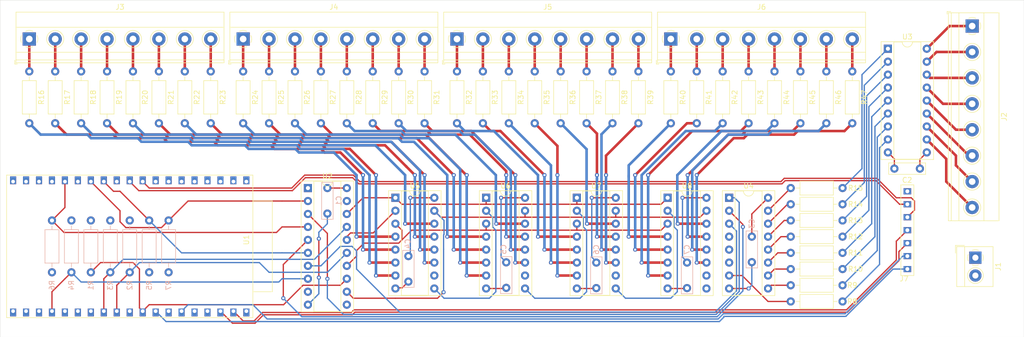
<source format=kicad_pcb>
(kicad_pcb (version 20171130) (host pcbnew "(5.1.10)-1")
  (layers (0 F.Cu mixed) (1 In1.Cu power) (2 In2.Cu power) (31 B.Cu mixed) (34 B.Paste user) (35 F.Paste user) (36 B.SilkS user) (37 F.SilkS user) (38 B.Mask user) (39 F.Mask user) (44 Edge.Cuts user))
  (net 0 "")
  (net 1 Earth)
  (net 2 +5V)
  (net 3 "Net-(J2-Pad2)")
  (net 4 "Net-(J2-Pad1)")
  (net 5 "Net-(J3-Pad8)")
  (net 6 "Net-(J3-Pad7)")
  (net 7 "Net-(J3-Pad6)")
  (net 8 "Net-(J3-Pad5)")
  (net 9 "Net-(J3-Pad4)")
  (net 10 "Net-(J3-Pad3)")
  (net 11 "Net-(J3-Pad2)")
  (net 12 "Net-(J3-Pad1)")
  (net 13 "Net-(J4-Pad8)")
  (net 14 "Net-(J4-Pad7)")
  (net 15 "Net-(J4-Pad6)")
  (net 16 "Net-(J4-Pad5)")
  (net 17 "Net-(J4-Pad4)")
  (net 18 "Net-(J4-Pad3)")
  (net 19 "Net-(J4-Pad2)")
  (net 20 "Net-(J4-Pad1)")
  (net 21 "Net-(J5-Pad8)")
  (net 22 "Net-(J5-Pad7)")
  (net 23 "Net-(J5-Pad6)")
  (net 24 "Net-(J5-Pad5)")
  (net 25 "Net-(J5-Pad4)")
  (net 26 "Net-(J5-Pad3)")
  (net 27 "Net-(J5-Pad2)")
  (net 28 "Net-(J5-Pad1)")
  (net 29 "Net-(J6-Pad8)")
  (net 30 "Net-(J6-Pad7)")
  (net 31 "Net-(J6-Pad6)")
  (net 32 "Net-(J6-Pad5)")
  (net 33 "Net-(J6-Pad4)")
  (net 34 "Net-(J6-Pad3)")
  (net 35 "Net-(J6-Pad2)")
  (net 36 "Net-(J6-Pad1)")
  (net 37 "Net-(R3-Pad1)")
  (net 38 "Net-(R4-Pad1)")
  (net 39 "Net-(R5-Pad1)")
  (net 40 "Net-(R6-Pad1)")
  (net 41 "Net-(R7-Pad1)")
  (net 42 "Net-(R8-Pad2)")
  (net 43 "Net-(R8-Pad1)")
  (net 44 "Net-(R9-Pad2)")
  (net 45 "Net-(R10-Pad2)")
  (net 46 "Net-(R11-Pad2)")
  (net 47 "Net-(R12-Pad2)")
  (net 48 "Net-(R13-Pad2)")
  (net 49 "Net-(R14-Pad2)")
  (net 50 "Net-(R15-Pad2)")
  (net 51 "Net-(R16-Pad2)")
  (net 52 "Net-(R17-Pad2)")
  (net 53 "Net-(R18-Pad2)")
  (net 54 "Net-(R19-Pad2)")
  (net 55 "Net-(R20-Pad2)")
  (net 56 "Net-(R21-Pad2)")
  (net 57 "Net-(R22-Pad2)")
  (net 58 "Net-(R23-Pad2)")
  (net 59 "Net-(R24-Pad2)")
  (net 60 "Net-(R25-Pad2)")
  (net 61 "Net-(R26-Pad2)")
  (net 62 "Net-(R27-Pad2)")
  (net 63 "Net-(R28-Pad2)")
  (net 64 "Net-(R29-Pad2)")
  (net 65 "Net-(R30-Pad2)")
  (net 66 "Net-(R31-Pad2)")
  (net 67 "Net-(R32-Pad2)")
  (net 68 "Net-(R33-Pad2)")
  (net 69 "Net-(R34-Pad2)")
  (net 70 "Net-(R35-Pad2)")
  (net 71 "Net-(R36-Pad2)")
  (net 72 "Net-(R37-Pad2)")
  (net 73 "Net-(R38-Pad2)")
  (net 74 "Net-(R39-Pad2)")
  (net 75 "Net-(R40-Pad2)")
  (net 76 "Net-(U1-Pad26)")
  (net 77 "Net-(U1-Pad25)")
  (net 78 "Net-(U1-Pad11)")
  (net 79 "Net-(U1-Pad24)")
  (net 80 "Net-(U1-Pad21)")
  (net 81 "Net-(U1-Pad6)")
  (net 82 "Net-(U1-Pad5)")
  (net 83 "Net-(U1-Pad18)")
  (net 84 "Net-(U1-Pad4)")
  (net 85 "Net-(U1-Pad17)")
  (net 86 "Net-(U1-Pad3)")
  (net 87 "Net-(U1-Pad16)")
  (net 88 "Net-(U1-Pad2)")
  (net 89 "Net-(U1-Pad1)")
  (net 90 "Net-(U5-Pad10)")
  (net 91 "Net-(U5-Pad9)")
  (net 92 "Net-(U6-Pad10)")
  (net 93 "Net-(U6-Pad9)")
  (net 94 "Net-(U7-Pad10)")
  (net 95 "Net-(U7-Pad9)")
  (net 96 "Net-(J2-Pad8)")
  (net 97 "Net-(J2-Pad7)")
  (net 98 "Net-(J2-Pad6)")
  (net 99 "Net-(J2-Pad5)")
  (net 100 "Net-(J2-Pad4)")
  (net 101 "Net-(J2-Pad3)")
  (net 102 "Net-(R1-Pad1)")
  (net 103 "Net-(R2-Pad1)")
  (net 104 "Net-(U1-Pad35)")
  (net 105 "Net-(U1-Pad34)")
  (net 106 "Net-(U1-Pad29)")
  (net 107 "Net-(U1-Pad22)")
  (net 108 "Net-(U1-Pad20)")
  (net 109 "Net-(U1-Pad8)")
  (net 110 "Net-(U1-Pad7)")
  (net 111 "Net-(U2-Pad9)")
  (net 112 "Net-(U2-Pad18)")
  (net 113 "Net-(U2-Pad7)")
  (net 114 "Net-(U2-Pad16)")
  (net 115 "Net-(U2-Pad5)")
  (net 116 "Net-(U2-Pad14)")
  (net 117 "Net-(U2-Pad3)")
  (net 118 "Net-(U2-Pad12)")
  (net 119 "Net-(U2-Pad11)")
  (net 120 "Net-(U8-Pad10)")
  (net 121 "Net-(U8-Pad9)")
  (net 122 "Net-(R9-Pad1)")
  (net 123 "Net-(R10-Pad1)")
  (net 124 "Net-(R11-Pad1)")
  (net 125 "Net-(R12-Pad1)")
  (net 126 "Net-(R13-Pad1)")
  (net 127 "Net-(R14-Pad1)")
  (net 128 "Net-(R15-Pad1)")
  (net 129 "Net-(R41-Pad2)")
  (net 130 "Net-(R42-Pad2)")
  (net 131 "Net-(R43-Pad2)")
  (net 132 "Net-(R44-Pad2)")
  (net 133 "Net-(R45-Pad2)")
  (net 134 "Net-(R46-Pad2)")
  (net 135 "Net-(R47-Pad2)")
  (net 136 "Net-(J7-Pad6)")
  (net 137 "Net-(J7-Pad5)")
  (net 138 "Net-(J7-Pad4)")
  (net 139 "Net-(J7-Pad3)")
  (net 140 "Net-(J7-Pad2)")
  (net 141 "Net-(J7-Pad1)")
  (module Arduino:Custom_Pin_Header (layer F.Cu) (at 186.69 64.77 180)
    (fp_text reference J7 (at 0 0) (layer F.SilkS))
    (fp_text value Buttons)
    (pad 6 thru_hole rect (at -0.635 14.605 90) (size 1.2 1.5) (drill 0.762) (layers *.Cu *.Mask) (net 136 "Net-(J7-Pad6)"))
    (pad 7 thru_hole rect (at -0.635 17.145 90) (size 1.2 1.5) (drill 0.762) (layers *.Cu *.Mask) (net 1 Earth))
    (pad 5 thru_hole rect (at -0.635 12.065 90) (size 1.2 1.5) (drill 0.762) (layers *.Cu *.Mask) (net 137 "Net-(J7-Pad5)"))
    (pad 4 thru_hole rect (at -0.635 9.525 90) (size 1.2 1.5) (drill 0.762) (layers *.Cu *.Mask) (net 138 "Net-(J7-Pad4)"))
    (pad 3 thru_hole rect (at -0.635 6.985 90) (size 1.2 1.5) (drill 0.762) (layers *.Cu *.Mask) (net 139 "Net-(J7-Pad3)"))
    (pad 2 thru_hole rect (at -0.635 4.445 90) (size 1.2 1.5) (drill 0.762) (layers *.Cu *.Mask) (net 140 "Net-(J7-Pad2)"))
    (pad 1 thru_hole rect (at -0.635 1.905 90) (size 1.2 1.5) (drill 0.762) (layers *.Cu *.Mask) (net 141 "Net-(J7-Pad1)"))
  )
  (module Capacitor_THT:C_Rect_L7.0mm_W2.0mm_P5.00mm (layer B.Cu) (at 144.145 61.595 270)
    (fp_text reference C7 (at -2.54 0 90) (layer B.SilkS) (effects (justify mirror)))
    (fp_text value 0.1uF)
    (pad 1 thru_hole circle (at 0 0 270) (size 1.6 1.6) (drill 0.8) (layers *.Cu *.Mask) (net 2 +5V))
    (pad 2 thru_hole circle (at 5 0 270) (size 1.6 1.6) (drill 0.8) (layers *.Cu *.Mask) (net 1 Earth))
  )
  (module Capacitor_THT:C_Rect_L7.0mm_W2.0mm_P5.00mm (layer B.Cu) (at 126.365 61.595 270)
    (fp_text reference C6 (at -2.54 0 90) (layer B.SilkS) (effects (justify mirror)))
    (fp_text value 0.1uF)
    (pad 1 thru_hole circle (at 0 0 270) (size 1.6 1.6) (drill 0.8) (layers *.Cu *.Mask) (net 2 +5V))
    (pad 2 thru_hole circle (at 5 0 270) (size 1.6 1.6) (drill 0.8) (layers *.Cu *.Mask) (net 1 Earth))
  )
  (module Capacitor_THT:C_Rect_L7.0mm_W2.0mm_P5.00mm (layer B.Cu) (at 108.712 61.548 270)
    (fp_text reference C5 (at -2.54 0.508 270) (layer B.SilkS) (effects (justify mirror)))
    (fp_text value 0.1uF)
    (pad 1 thru_hole circle (at 0 0 270) (size 1.6 1.6) (drill 0.8) (layers *.Cu *.Mask) (net 2 +5V))
    (pad 2 thru_hole circle (at 5 0 270) (size 1.6 1.6) (drill 0.8) (layers *.Cu *.Mask) (net 1 Earth))
  )
  (module Capacitor_THT:C_Rect_L7.0mm_W2.0mm_P5.00mm (layer B.Cu) (at 89.535 60.325 270)
    (fp_text reference C4 (at -2.413 0.127 270) (layer B.SilkS) (effects (justify mirror)))
    (fp_text value 0.1uF)
    (pad 1 thru_hole circle (at 0 0 270) (size 1.6 1.6) (drill 0.8) (layers *.Cu *.Mask) (net 2 +5V))
    (pad 2 thru_hole circle (at 5 0 270) (size 1.6 1.6) (drill 0.8) (layers *.Cu *.Mask) (net 1 Earth))
  )
  (module Capacitor_THT:C_Rect_L7.0mm_W2.0mm_P5.00mm (layer B.Cu) (at 156.845 56.515 270)
    (fp_text reference C3 (at -2.54 0 270) (layer B.SilkS) (effects (justify mirror)))
    (fp_text value 0.1uF)
    (pad 2 thru_hole circle (at 5 0 270) (size 1.6 1.6) (drill 0.8) (layers *.Cu *.Mask) (net 1 Earth))
    (pad 1 thru_hole circle (at 0 0 270) (size 1.6 1.6) (drill 0.8) (layers *.Cu *.Mask) (net 2 +5V))
  )
  (module Capacitor_THT:C_Rect_L7.0mm_W2.0mm_P5.00mm (layer F.Cu) (at 189.785 43.18 180)
    (fp_text reference C2 (at 2.5 -2.25) (layer F.SilkS))
    (fp_text value 0.1uF)
    (pad 2 thru_hole circle (at 5 0 180) (size 1.6 1.6) (drill 0.8) (layers *.Cu *.Mask) (net 2 +5V))
    (pad 1 thru_hole circle (at 0 0 180) (size 1.6 1.6) (drill 0.8) (layers *.Cu *.Mask) (net 1 Earth))
  )
  (module Capacitor_THT:C_Rect_L7.0mm_W2.0mm_P5.00mm (layer B.Cu) (at 73.66 51.99 90)
    (fp_text reference C1 (at 2.5 2.25 270) (layer B.SilkS) (effects (justify mirror)))
    (fp_text value 0.1uF)
    (pad 1 thru_hole circle (at 0 0 90) (size 1.6 1.6) (drill 0.8) (layers *.Cu *.Mask) (net 1 Earth))
    (pad 2 thru_hole circle (at 5 0 90) (size 1.6 1.6) (drill 0.8) (layers *.Cu *.Mask) (net 2 +5V))
  )
  (module Package_DIP:DIP-16_W7.62mm_Socket (layer F.Cu) (at 140.335 48.895)
    (fp_text reference U8 (at 3.81 -2.33) (layer F.SilkS))
    (fp_text value HEF4794B)
    (pad 1 thru_hole rect (at 0 0) (size 1.6 1.6) (drill 0.8) (layers *.Cu *.Mask) (net 112 "Net-(U2-Pad18)"))
    (pad 9 thru_hole oval (at 7.62 17.78) (size 1.6 1.6) (drill 0.8) (layers *.Cu *.Mask) (net 121 "Net-(U8-Pad9)"))
    (pad 2 thru_hole oval (at 0 2.54) (size 1.6 1.6) (drill 0.8) (layers *.Cu *.Mask) (net 95 "Net-(U7-Pad9)"))
    (pad 10 thru_hole oval (at 7.62 15.24) (size 1.6 1.6) (drill 0.8) (layers *.Cu *.Mask) (net 120 "Net-(U8-Pad10)"))
    (pad 3 thru_hole oval (at 0 5.08) (size 1.6 1.6) (drill 0.8) (layers *.Cu *.Mask) (net 116 "Net-(U2-Pad14)"))
    (pad 11 thru_hole oval (at 7.62 12.7) (size 1.6 1.6) (drill 0.8) (layers *.Cu *.Mask) (net 135 "Net-(R47-Pad2)"))
    (pad 4 thru_hole oval (at 0 7.62) (size 1.6 1.6) (drill 0.8) (layers *.Cu *.Mask) (net 75 "Net-(R40-Pad2)"))
    (pad 12 thru_hole oval (at 7.62 10.16) (size 1.6 1.6) (drill 0.8) (layers *.Cu *.Mask) (net 134 "Net-(R46-Pad2)"))
    (pad 5 thru_hole oval (at 0 10.16) (size 1.6 1.6) (drill 0.8) (layers *.Cu *.Mask) (net 129 "Net-(R41-Pad2)"))
    (pad 13 thru_hole oval (at 7.62 7.62) (size 1.6 1.6) (drill 0.8) (layers *.Cu *.Mask) (net 133 "Net-(R45-Pad2)"))
    (pad 6 thru_hole oval (at 0 12.7) (size 1.6 1.6) (drill 0.8) (layers *.Cu *.Mask) (net 130 "Net-(R42-Pad2)"))
    (pad 14 thru_hole oval (at 7.62 5.08) (size 1.6 1.6) (drill 0.8) (layers *.Cu *.Mask) (net 132 "Net-(R44-Pad2)"))
    (pad 7 thru_hole oval (at 0 15.24) (size 1.6 1.6) (drill 0.8) (layers *.Cu *.Mask) (net 131 "Net-(R43-Pad2)"))
    (pad 15 thru_hole oval (at 7.62 2.54) (size 1.6 1.6) (drill 0.8) (layers *.Cu *.Mask) (net 118 "Net-(U2-Pad12)"))
    (pad 8 thru_hole oval (at 0 17.78) (size 1.6 1.6) (drill 0.8) (layers *.Cu *.Mask) (net 1 Earth))
    (pad 16 thru_hole oval (at 7.62 0) (size 1.6 1.6) (drill 0.8) (layers *.Cu *.Mask) (net 2 +5V))
  )
  (module Package_DIP:DIP-16_W7.62mm_Socket (layer F.Cu) (at 122.555 48.895)
    (fp_text reference U7 (at 3.81 -2.33) (layer F.SilkS))
    (fp_text value HEF4794B)
    (pad 1 thru_hole rect (at 0 0) (size 1.6 1.6) (drill 0.8) (layers *.Cu *.Mask) (net 112 "Net-(U2-Pad18)"))
    (pad 9 thru_hole oval (at 7.62 17.78) (size 1.6 1.6) (drill 0.8) (layers *.Cu *.Mask) (net 95 "Net-(U7-Pad9)"))
    (pad 2 thru_hole oval (at 0 2.54) (size 1.6 1.6) (drill 0.8) (layers *.Cu *.Mask) (net 93 "Net-(U6-Pad9)"))
    (pad 10 thru_hole oval (at 7.62 15.24) (size 1.6 1.6) (drill 0.8) (layers *.Cu *.Mask) (net 94 "Net-(U7-Pad10)"))
    (pad 3 thru_hole oval (at 0 5.08) (size 1.6 1.6) (drill 0.8) (layers *.Cu *.Mask) (net 116 "Net-(U2-Pad14)"))
    (pad 11 thru_hole oval (at 7.62 12.7) (size 1.6 1.6) (drill 0.8) (layers *.Cu *.Mask) (net 74 "Net-(R39-Pad2)"))
    (pad 4 thru_hole oval (at 0 7.62) (size 1.6 1.6) (drill 0.8) (layers *.Cu *.Mask) (net 67 "Net-(R32-Pad2)"))
    (pad 12 thru_hole oval (at 7.62 10.16) (size 1.6 1.6) (drill 0.8) (layers *.Cu *.Mask) (net 73 "Net-(R38-Pad2)"))
    (pad 5 thru_hole oval (at 0 10.16) (size 1.6 1.6) (drill 0.8) (layers *.Cu *.Mask) (net 68 "Net-(R33-Pad2)"))
    (pad 13 thru_hole oval (at 7.62 7.62) (size 1.6 1.6) (drill 0.8) (layers *.Cu *.Mask) (net 72 "Net-(R37-Pad2)"))
    (pad 6 thru_hole oval (at 0 12.7) (size 1.6 1.6) (drill 0.8) (layers *.Cu *.Mask) (net 69 "Net-(R34-Pad2)"))
    (pad 14 thru_hole oval (at 7.62 5.08) (size 1.6 1.6) (drill 0.8) (layers *.Cu *.Mask) (net 71 "Net-(R36-Pad2)"))
    (pad 7 thru_hole oval (at 0 15.24) (size 1.6 1.6) (drill 0.8) (layers *.Cu *.Mask) (net 70 "Net-(R35-Pad2)"))
    (pad 15 thru_hole oval (at 7.62 2.54) (size 1.6 1.6) (drill 0.8) (layers *.Cu *.Mask) (net 118 "Net-(U2-Pad12)"))
    (pad 8 thru_hole oval (at 0 17.78) (size 1.6 1.6) (drill 0.8) (layers *.Cu *.Mask) (net 1 Earth))
    (pad 16 thru_hole oval (at 7.62 0) (size 1.6 1.6) (drill 0.8) (layers *.Cu *.Mask) (net 2 +5V))
  )
  (module Package_DIP:DIP-16_W7.62mm_Socket (layer F.Cu) (at 104.775 48.895)
    (fp_text reference U6 (at 3.81 -2.33) (layer F.SilkS))
    (fp_text value HEF4794B)
    (pad 1 thru_hole rect (at 0 0) (size 1.6 1.6) (drill 0.8) (layers *.Cu *.Mask) (net 112 "Net-(U2-Pad18)"))
    (pad 9 thru_hole oval (at 7.62 17.78) (size 1.6 1.6) (drill 0.8) (layers *.Cu *.Mask) (net 93 "Net-(U6-Pad9)"))
    (pad 2 thru_hole oval (at 0 2.54) (size 1.6 1.6) (drill 0.8) (layers *.Cu *.Mask) (net 91 "Net-(U5-Pad9)"))
    (pad 10 thru_hole oval (at 7.62 15.24) (size 1.6 1.6) (drill 0.8) (layers *.Cu *.Mask) (net 92 "Net-(U6-Pad10)"))
    (pad 3 thru_hole oval (at 0 5.08) (size 1.6 1.6) (drill 0.8) (layers *.Cu *.Mask) (net 116 "Net-(U2-Pad14)"))
    (pad 11 thru_hole oval (at 7.62 12.7) (size 1.6 1.6) (drill 0.8) (layers *.Cu *.Mask) (net 66 "Net-(R31-Pad2)"))
    (pad 4 thru_hole oval (at 0 7.62) (size 1.6 1.6) (drill 0.8) (layers *.Cu *.Mask) (net 59 "Net-(R24-Pad2)"))
    (pad 12 thru_hole oval (at 7.62 10.16) (size 1.6 1.6) (drill 0.8) (layers *.Cu *.Mask) (net 65 "Net-(R30-Pad2)"))
    (pad 5 thru_hole oval (at 0 10.16) (size 1.6 1.6) (drill 0.8) (layers *.Cu *.Mask) (net 60 "Net-(R25-Pad2)"))
    (pad 13 thru_hole oval (at 7.62 7.62) (size 1.6 1.6) (drill 0.8) (layers *.Cu *.Mask) (net 64 "Net-(R29-Pad2)"))
    (pad 6 thru_hole oval (at 0 12.7) (size 1.6 1.6) (drill 0.8) (layers *.Cu *.Mask) (net 61 "Net-(R26-Pad2)"))
    (pad 14 thru_hole oval (at 7.62 5.08) (size 1.6 1.6) (drill 0.8) (layers *.Cu *.Mask) (net 63 "Net-(R28-Pad2)"))
    (pad 7 thru_hole oval (at 0 15.24) (size 1.6 1.6) (drill 0.8) (layers *.Cu *.Mask) (net 62 "Net-(R27-Pad2)"))
    (pad 15 thru_hole oval (at 7.62 2.54) (size 1.6 1.6) (drill 0.8) (layers *.Cu *.Mask) (net 118 "Net-(U2-Pad12)"))
    (pad 8 thru_hole oval (at 0 17.78) (size 1.6 1.6) (drill 0.8) (layers *.Cu *.Mask) (net 1 Earth))
    (pad 16 thru_hole oval (at 7.62 0) (size 1.6 1.6) (drill 0.8) (layers *.Cu *.Mask) (net 2 +5V))
  )
  (module Package_DIP:DIP-16_W7.62mm_Socket (layer F.Cu) (at 86.995 48.895)
    (fp_text reference U5 (at 3.81 -2.33) (layer F.SilkS))
    (fp_text value HEF4794B)
    (pad 1 thru_hole rect (at 0 0) (size 1.6 1.6) (drill 0.8) (layers *.Cu *.Mask) (net 112 "Net-(U2-Pad18)"))
    (pad 9 thru_hole oval (at 7.62 17.78) (size 1.6 1.6) (drill 0.8) (layers *.Cu *.Mask) (net 91 "Net-(U5-Pad9)"))
    (pad 2 thru_hole oval (at 0 2.54) (size 1.6 1.6) (drill 0.8) (layers *.Cu *.Mask) (net 114 "Net-(U2-Pad16)"))
    (pad 10 thru_hole oval (at 7.62 15.24) (size 1.6 1.6) (drill 0.8) (layers *.Cu *.Mask) (net 90 "Net-(U5-Pad10)"))
    (pad 3 thru_hole oval (at 0 5.08) (size 1.6 1.6) (drill 0.8) (layers *.Cu *.Mask) (net 116 "Net-(U2-Pad14)"))
    (pad 11 thru_hole oval (at 7.62 12.7) (size 1.6 1.6) (drill 0.8) (layers *.Cu *.Mask) (net 58 "Net-(R23-Pad2)"))
    (pad 4 thru_hole oval (at 0 7.62) (size 1.6 1.6) (drill 0.8) (layers *.Cu *.Mask) (net 51 "Net-(R16-Pad2)"))
    (pad 12 thru_hole oval (at 7.62 10.16) (size 1.6 1.6) (drill 0.8) (layers *.Cu *.Mask) (net 57 "Net-(R22-Pad2)"))
    (pad 5 thru_hole oval (at 0 10.16) (size 1.6 1.6) (drill 0.8) (layers *.Cu *.Mask) (net 52 "Net-(R17-Pad2)"))
    (pad 13 thru_hole oval (at 7.62 7.62) (size 1.6 1.6) (drill 0.8) (layers *.Cu *.Mask) (net 56 "Net-(R21-Pad2)"))
    (pad 6 thru_hole oval (at 0 12.7) (size 1.6 1.6) (drill 0.8) (layers *.Cu *.Mask) (net 53 "Net-(R18-Pad2)"))
    (pad 14 thru_hole oval (at 7.62 5.08) (size 1.6 1.6) (drill 0.8) (layers *.Cu *.Mask) (net 55 "Net-(R20-Pad2)"))
    (pad 7 thru_hole oval (at 0 15.24) (size 1.6 1.6) (drill 0.8) (layers *.Cu *.Mask) (net 54 "Net-(R19-Pad2)"))
    (pad 15 thru_hole oval (at 7.62 2.54) (size 1.6 1.6) (drill 0.8) (layers *.Cu *.Mask) (net 118 "Net-(U2-Pad12)"))
    (pad 8 thru_hole oval (at 0 17.78) (size 1.6 1.6) (drill 0.8) (layers *.Cu *.Mask) (net 1 Earth))
    (pad 16 thru_hole oval (at 7.62 0) (size 1.6 1.6) (drill 0.8) (layers *.Cu *.Mask) (net 2 +5V))
  )
  (module Package_DIP:DIP-16_W7.62mm_Socket (layer F.Cu) (at 152.4 48.895)
    (fp_text reference U4 (at 3.81 -2.33) (layer F.SilkS))
    (fp_text value 74HC238)
    (pad 16 thru_hole oval (at 7.62 0) (size 1.6 1.6) (drill 0.8) (layers *.Cu *.Mask) (net 2 +5V))
    (pad 8 thru_hole oval (at 0 17.78) (size 1.6 1.6) (drill 0.8) (layers *.Cu *.Mask) (net 1 Earth))
    (pad 15 thru_hole oval (at 7.62 2.54) (size 1.6 1.6) (drill 0.8) (layers *.Cu *.Mask) (net 50 "Net-(R15-Pad2)"))
    (pad 7 thru_hole oval (at 0 15.24) (size 1.6 1.6) (drill 0.8) (layers *.Cu *.Mask) (net 42 "Net-(R8-Pad2)"))
    (pad 14 thru_hole oval (at 7.62 5.08) (size 1.6 1.6) (drill 0.8) (layers *.Cu *.Mask) (net 49 "Net-(R14-Pad2)"))
    (pad 6 thru_hole oval (at 0 12.7) (size 1.6 1.6) (drill 0.8) (layers *.Cu *.Mask) (net 2 +5V))
    (pad 13 thru_hole oval (at 7.62 7.62) (size 1.6 1.6) (drill 0.8) (layers *.Cu *.Mask) (net 48 "Net-(R13-Pad2)"))
    (pad 5 thru_hole oval (at 0 10.16) (size 1.6 1.6) (drill 0.8) (layers *.Cu *.Mask) (net 1 Earth))
    (pad 12 thru_hole oval (at 7.62 10.16) (size 1.6 1.6) (drill 0.8) (layers *.Cu *.Mask) (net 47 "Net-(R12-Pad2)"))
    (pad 4 thru_hole oval (at 0 7.62) (size 1.6 1.6) (drill 0.8) (layers *.Cu *.Mask) (net 1 Earth))
    (pad 11 thru_hole oval (at 7.62 12.7) (size 1.6 1.6) (drill 0.8) (layers *.Cu *.Mask) (net 46 "Net-(R11-Pad2)"))
    (pad 3 thru_hole oval (at 0 5.08) (size 1.6 1.6) (drill 0.8) (layers *.Cu *.Mask) (net 113 "Net-(U2-Pad7)"))
    (pad 10 thru_hole oval (at 7.62 15.24) (size 1.6 1.6) (drill 0.8) (layers *.Cu *.Mask) (net 45 "Net-(R10-Pad2)"))
    (pad 2 thru_hole oval (at 0 2.54) (size 1.6 1.6) (drill 0.8) (layers *.Cu *.Mask) (net 115 "Net-(U2-Pad5)"))
    (pad 9 thru_hole oval (at 7.62 17.78) (size 1.6 1.6) (drill 0.8) (layers *.Cu *.Mask) (net 44 "Net-(R9-Pad2)"))
    (pad 1 thru_hole rect (at 0 0) (size 1.6 1.6) (drill 0.8) (layers *.Cu *.Mask) (net 117 "Net-(U2-Pad3)"))
  )
  (module Package_DIP:DIP-18_W7.62mm_Socket (layer F.Cu) (at 183.515 19.685)
    (fp_text reference U3 (at 3.81 -2.33) (layer F.SilkS))
    (fp_text value MIC2981)
    (pad 18 thru_hole oval (at 7.62 0) (size 1.6 1.6) (drill 0.8) (layers *.Cu *.Mask) (net 4 "Net-(J2-Pad1)"))
    (pad 9 thru_hole oval (at 0 20.32) (size 1.6 1.6) (drill 0.8) (layers *.Cu *.Mask) (net 2 +5V))
    (pad 17 thru_hole oval (at 7.62 2.54) (size 1.6 1.6) (drill 0.8) (layers *.Cu *.Mask) (net 3 "Net-(J2-Pad2)"))
    (pad 8 thru_hole oval (at 0 17.78) (size 1.6 1.6) (drill 0.8) (layers *.Cu *.Mask) (net 43 "Net-(R8-Pad1)"))
    (pad 16 thru_hole oval (at 7.62 5.08) (size 1.6 1.6) (drill 0.8) (layers *.Cu *.Mask) (net 101 "Net-(J2-Pad3)"))
    (pad 7 thru_hole oval (at 0 15.24) (size 1.6 1.6) (drill 0.8) (layers *.Cu *.Mask) (net 122 "Net-(R9-Pad1)"))
    (pad 15 thru_hole oval (at 7.62 7.62) (size 1.6 1.6) (drill 0.8) (layers *.Cu *.Mask) (net 100 "Net-(J2-Pad4)"))
    (pad 6 thru_hole oval (at 0 12.7) (size 1.6 1.6) (drill 0.8) (layers *.Cu *.Mask) (net 123 "Net-(R10-Pad1)"))
    (pad 14 thru_hole oval (at 7.62 10.16) (size 1.6 1.6) (drill 0.8) (layers *.Cu *.Mask) (net 99 "Net-(J2-Pad5)"))
    (pad 5 thru_hole oval (at 0 10.16) (size 1.6 1.6) (drill 0.8) (layers *.Cu *.Mask) (net 124 "Net-(R11-Pad1)"))
    (pad 13 thru_hole oval (at 7.62 12.7) (size 1.6 1.6) (drill 0.8) (layers *.Cu *.Mask) (net 98 "Net-(J2-Pad6)"))
    (pad 4 thru_hole oval (at 0 7.62) (size 1.6 1.6) (drill 0.8) (layers *.Cu *.Mask) (net 125 "Net-(R12-Pad1)"))
    (pad 12 thru_hole oval (at 7.62 15.24) (size 1.6 1.6) (drill 0.8) (layers *.Cu *.Mask) (net 97 "Net-(J2-Pad7)"))
    (pad 3 thru_hole oval (at 0 5.08) (size 1.6 1.6) (drill 0.8) (layers *.Cu *.Mask) (net 126 "Net-(R13-Pad1)"))
    (pad 11 thru_hole oval (at 7.62 17.78) (size 1.6 1.6) (drill 0.8) (layers *.Cu *.Mask) (net 96 "Net-(J2-Pad8)"))
    (pad 2 thru_hole oval (at 0 2.54) (size 1.6 1.6) (drill 0.8) (layers *.Cu *.Mask) (net 127 "Net-(R14-Pad1)"))
    (pad 10 thru_hole oval (at 7.62 20.32) (size 1.6 1.6) (drill 0.8) (layers *.Cu *.Mask) (net 1 Earth))
    (pad 1 thru_hole rect (at 0 0) (size 1.6 1.6) (drill 0.8) (layers *.Cu *.Mask) (net 128 "Net-(R15-Pad1)"))
  )
  (module Package_DIP:DIP-20_W7.62mm_Socket (layer F.Cu) (at 69.85 46.99)
    (fp_text reference U2 (at 3.81 -2.33) (layer F.SilkS))
    (fp_text value 74HCT244)
    (pad 1 thru_hole rect (at 0 0) (size 1.6 1.6) (drill 0.8) (layers *.Cu *.Mask) (net 1 Earth))
    (pad 11 thru_hole oval (at 7.62 22.86) (size 1.6 1.6) (drill 0.8) (layers *.Cu *.Mask) (net 119 "Net-(U2-Pad11)"))
    (pad 2 thru_hole oval (at 0 2.54) (size 1.6 1.6) (drill 0.8) (layers *.Cu *.Mask) (net 41 "Net-(R7-Pad1)"))
    (pad 12 thru_hole oval (at 7.62 20.32) (size 1.6 1.6) (drill 0.8) (layers *.Cu *.Mask) (net 118 "Net-(U2-Pad12)"))
    (pad 3 thru_hole oval (at 0 5.08) (size 1.6 1.6) (drill 0.8) (layers *.Cu *.Mask) (net 117 "Net-(U2-Pad3)"))
    (pad 13 thru_hole oval (at 7.62 17.78) (size 1.6 1.6) (drill 0.8) (layers *.Cu *.Mask) (net 102 "Net-(R1-Pad1)"))
    (pad 4 thru_hole oval (at 0 7.62) (size 1.6 1.6) (drill 0.8) (layers *.Cu *.Mask) (net 40 "Net-(R6-Pad1)"))
    (pad 14 thru_hole oval (at 7.62 15.24) (size 1.6 1.6) (drill 0.8) (layers *.Cu *.Mask) (net 116 "Net-(U2-Pad14)"))
    (pad 5 thru_hole oval (at 0 10.16) (size 1.6 1.6) (drill 0.8) (layers *.Cu *.Mask) (net 115 "Net-(U2-Pad5)"))
    (pad 15 thru_hole oval (at 7.62 12.7) (size 1.6 1.6) (drill 0.8) (layers *.Cu *.Mask) (net 103 "Net-(R2-Pad1)"))
    (pad 6 thru_hole oval (at 0 12.7) (size 1.6 1.6) (drill 0.8) (layers *.Cu *.Mask) (net 39 "Net-(R5-Pad1)"))
    (pad 16 thru_hole oval (at 7.62 10.16) (size 1.6 1.6) (drill 0.8) (layers *.Cu *.Mask) (net 114 "Net-(U2-Pad16)"))
    (pad 7 thru_hole oval (at 0 15.24) (size 1.6 1.6) (drill 0.8) (layers *.Cu *.Mask) (net 113 "Net-(U2-Pad7)"))
    (pad 17 thru_hole oval (at 7.62 7.62) (size 1.6 1.6) (drill 0.8) (layers *.Cu *.Mask) (net 37 "Net-(R3-Pad1)"))
    (pad 8 thru_hole oval (at 0 17.78) (size 1.6 1.6) (drill 0.8) (layers *.Cu *.Mask) (net 38 "Net-(R4-Pad1)"))
    (pad 18 thru_hole oval (at 7.62 5.08) (size 1.6 1.6) (drill 0.8) (layers *.Cu *.Mask) (net 112 "Net-(U2-Pad18)"))
    (pad 9 thru_hole oval (at 0 20.32) (size 1.6 1.6) (drill 0.8) (layers *.Cu *.Mask) (net 111 "Net-(U2-Pad9)"))
    (pad 19 thru_hole oval (at 7.62 2.54) (size 1.6 1.6) (drill 0.8) (layers *.Cu *.Mask) (net 1 Earth))
    (pad 10 thru_hole oval (at 0 22.86) (size 1.6 1.6) (drill 0.8) (layers *.Cu *.Mask) (net 1 Earth))
    (pad 20 thru_hole oval (at 7.62 0) (size 1.6 1.6) (drill 0.8) (layers *.Cu *.Mask) (net 2 +5V))
  )
  (module Arduino:ESP32-DevkitC (layer F.Cu) (at 59.055 57.15 270)
    (fp_text reference U1 (at 0 1.27 90) (layer F.SilkS))
    (fp_text value ESP32-DEVKITC-32E)
    (pad 1 thru_hole rect (at -11.43 1.27 270) (size 1.524 1.2) (drill 0.72 (offset -0.25 0)) (layers *.Cu *.Mask) (net 89 "Net-(U1-Pad1)"))
    (pad 2 thru_hole rect (at -11.43 3.81 270) (size 1.524 1.2) (drill 0.72 (offset -0.25 0)) (layers *.Cu *.Mask) (net 88 "Net-(U1-Pad2)"))
    (pad 3 thru_hole rect (at -11.43 6.35 270) (size 1.524 1.2) (drill 0.72 (offset -0.25 0)) (layers *.Cu *.Mask) (net 86 "Net-(U1-Pad3)"))
    (pad 4 thru_hole rect (at -11.43 8.89 270) (size 1.524 1.2) (drill 0.72 (offset -0.25 0)) (layers *.Cu *.Mask) (net 84 "Net-(U1-Pad4)"))
    (pad 5 thru_hole rect (at -11.43 11.43 270) (size 1.524 1.2) (drill 0.72 (offset -0.25 0)) (layers *.Cu *.Mask) (net 82 "Net-(U1-Pad5)"))
    (pad 6 thru_hole rect (at -11.43 13.97 270) (size 1.524 1.2) (drill 0.72 (offset -0.25 0)) (layers *.Cu *.Mask) (net 81 "Net-(U1-Pad6)"))
    (pad 7 thru_hole rect (at -11.43 16.51 270) (size 1.524 1.2) (drill 0.72 (offset -0.25 0)) (layers *.Cu *.Mask) (net 110 "Net-(U1-Pad7)"))
    (pad 8 thru_hole rect (at -11.43 19.05 270) (size 1.524 1.2) (drill 0.72 (offset -0.25 0)) (layers *.Cu *.Mask) (net 109 "Net-(U1-Pad8)"))
    (pad 9 thru_hole rect (at -11.43 21.59 270) (size 1.524 1.2) (drill 0.72 (offset -0.25 0)) (layers *.Cu *.Mask) (net 137 "Net-(J7-Pad5)"))
    (pad 10 thru_hole rect (at -11.43 24.13 270) (size 1.524 1.2) (drill 0.72 (offset -0.25 0)) (layers *.Cu *.Mask) (net 136 "Net-(J7-Pad6)"))
    (pad 11 thru_hole rect (at -11.43 26.67 270) (size 1.524 1.2) (drill 0.72 (offset -0.25 0)) (layers *.Cu *.Mask) (net 78 "Net-(U1-Pad11)"))
    (pad 12 thru_hole rect (at -11.43 29.21 270) (size 1.524 1.2) (drill 0.72 (offset -0.25 0)) (layers *.Cu *.Mask) (net 39 "Net-(R5-Pad1)"))
    (pad 13 thru_hole rect (at -11.43 31.75 270) (size 1.524 1.2) (drill 0.72 (offset -0.25 0)) (layers *.Cu *.Mask) (net 41 "Net-(R7-Pad1)"))
    (pad 14 thru_hole rect (at -11.43 34.29 270) (size 1.524 1.2) (drill 0.72 (offset -0.25 0)) (layers *.Cu *.Mask) (net 1 Earth))
    (pad 15 thru_hole rect (at -11.43 36.83 270) (size 1.524 1.2) (drill 0.72 (offset -0.25 0)) (layers *.Cu *.Mask) (net 40 "Net-(R6-Pad1)"))
    (pad 16 thru_hole rect (at -11.43 39.37 270) (size 1.524 1.2) (drill 0.72 (offset -0.25 0)) (layers *.Cu *.Mask) (net 87 "Net-(U1-Pad16)"))
    (pad 17 thru_hole rect (at -11.43 41.91 270) (size 1.524 1.2) (drill 0.72 (offset -0.25 0)) (layers *.Cu *.Mask) (net 85 "Net-(U1-Pad17)"))
    (pad 18 thru_hole rect (at -11.43 44.45 270) (size 1.524 1.2) (drill 0.72 (offset -0.25 0)) (layers *.Cu *.Mask) (net 83 "Net-(U1-Pad18)"))
    (pad 19 thru_hole rect (at -11.43 46.99 270) (size 1.524 1.2) (drill 0.72 (offset -0.25 0)) (layers *.Cu *.Mask) (net 2 +5V))
    (pad 20 thru_hole rect (at 13.97 46.99 90) (size 1.524 1.2) (drill 0.72 (offset -0.25 0)) (layers *.Cu *.Mask) (net 108 "Net-(U1-Pad20)"))
    (pad 21 thru_hole rect (at 13.97 44.45 90) (size 1.524 1.2) (drill 0.72 (offset -0.25 0)) (layers *.Cu *.Mask) (net 80 "Net-(U1-Pad21)"))
    (pad 22 thru_hole rect (at 13.97 41.91 90) (size 1.524 1.2) (drill 0.72 (offset -0.25 0)) (layers *.Cu *.Mask) (net 107 "Net-(U1-Pad22)"))
    (pad 23 thru_hole rect (at 13.97 39.37 90) (size 1.524 1.2) (drill 0.72 (offset -0.25 0)) (layers *.Cu *.Mask) (net 38 "Net-(R4-Pad1)"))
    (pad 24 thru_hole rect (at 13.97 36.83 90) (size 1.524 1.2) (drill 0.72 (offset -0.25 0)) (layers *.Cu *.Mask) (net 79 "Net-(U1-Pad24)"))
    (pad 25 thru_hole rect (at 13.97 34.29 90) (size 1.524 1.2) (drill 0.72 (offset -0.25 0)) (layers *.Cu *.Mask) (net 77 "Net-(U1-Pad25)"))
    (pad 26 thru_hole rect (at 13.97 31.75 90) (size 1.524 1.2) (drill 0.72 (offset -0.25 0)) (layers *.Cu *.Mask) (net 76 "Net-(U1-Pad26)"))
    (pad 27 thru_hole rect (at 13.97 29.21 90) (size 1.524 1.2) (drill 0.72 (offset -0.25 0)) (layers *.Cu *.Mask) (net 37 "Net-(R3-Pad1)"))
    (pad 28 thru_hole rect (at 13.97 26.67 90) (size 1.524 1.2) (drill 0.72 (offset -0.25 0)) (layers *.Cu *.Mask) (net 103 "Net-(R2-Pad1)"))
    (pad 29 thru_hole rect (at 13.97 24.13 90) (size 1.524 1.2) (drill 0.72 (offset -0.25 0)) (layers *.Cu *.Mask) (net 106 "Net-(U1-Pad29)"))
    (pad 30 thru_hole rect (at 13.97 21.59 90) (size 1.524 1.2) (drill 0.72 (offset -0.25 0)) (layers *.Cu *.Mask) (net 102 "Net-(R1-Pad1)"))
    (pad 31 thru_hole rect (at 13.97 19.05 90) (size 1.524 1.2) (drill 0.72 (offset -0.25 0)) (layers *.Cu *.Mask) (net 141 "Net-(J7-Pad1)"))
    (pad 32 thru_hole rect (at 13.97 16.51 90) (size 1.524 1.2) (drill 0.72 (offset -0.25 0)) (layers *.Cu *.Mask) (net 1 Earth))
    (pad 33 thru_hole rect (at 13.97 13.97 90) (size 1.524 1.2) (drill 0.72 (offset -0.25 0)) (layers *.Cu *.Mask) (net 140 "Net-(J7-Pad2)"))
    (pad 34 thru_hole rect (at 13.97 11.43 90) (size 1.524 1.2) (drill 0.72 (offset -0.25 0)) (layers *.Cu *.Mask) (net 105 "Net-(U1-Pad34)"))
    (pad 35 thru_hole rect (at 13.97 8.89 90) (size 1.524 1.2) (drill 0.72 (offset -0.25 0)) (layers *.Cu *.Mask) (net 104 "Net-(U1-Pad35)"))
    (pad 36 thru_hole rect (at 13.97 6.35 90) (size 1.524 1.2) (drill 0.72 (offset -0.25 0)) (layers *.Cu *.Mask) (net 139 "Net-(J7-Pad3)"))
    (pad 37 thru_hole rect (at 13.97 3.81 90) (size 1.524 1.2) (drill 0.72 (offset -0.25 0)) (layers *.Cu *.Mask) (net 138 "Net-(J7-Pad4)"))
    (pad 38 thru_hole rect (at 13.97 1.27 90) (size 1.524 1.2) (drill 0.72 (offset -0.25 0)) (layers *.Cu *.Mask) (net 1 Earth))
  )
  (module Resistor_THT:R_Axial_DIN0207_L6.3mm_D2.5mm_P10.16mm_Horizontal (layer F.Cu) (at 176.53 24.13 270)
    (fp_text reference R47 (at 5.08 -2.37 90) (layer F.SilkS))
    (fp_text value 200)
    (pad 2 thru_hole oval (at 10.16 0 270) (size 1.6 1.6) (drill 0.8) (layers *.Cu *.Mask) (net 135 "Net-(R47-Pad2)"))
    (pad 1 thru_hole circle (at 0 0 270) (size 1.6 1.6) (drill 0.8) (layers *.Cu *.Mask) (net 29 "Net-(J6-Pad8)"))
  )
  (module Resistor_THT:R_Axial_DIN0207_L6.3mm_D2.5mm_P10.16mm_Horizontal (layer F.Cu) (at 171.45 24.13 270)
    (fp_text reference R46 (at 5.08 -2.37 90) (layer F.SilkS))
    (fp_text value 200)
    (pad 2 thru_hole oval (at 10.16 0 270) (size 1.6 1.6) (drill 0.8) (layers *.Cu *.Mask) (net 134 "Net-(R46-Pad2)"))
    (pad 1 thru_hole circle (at 0 0 270) (size 1.6 1.6) (drill 0.8) (layers *.Cu *.Mask) (net 30 "Net-(J6-Pad7)"))
  )
  (module Resistor_THT:R_Axial_DIN0207_L6.3mm_D2.5mm_P10.16mm_Horizontal (layer F.Cu) (at 166.37 24.13 270)
    (fp_text reference R45 (at 5.08 -2.37 90) (layer F.SilkS))
    (fp_text value 200)
    (pad 2 thru_hole oval (at 10.16 0 270) (size 1.6 1.6) (drill 0.8) (layers *.Cu *.Mask) (net 133 "Net-(R45-Pad2)"))
    (pad 1 thru_hole circle (at 0 0 270) (size 1.6 1.6) (drill 0.8) (layers *.Cu *.Mask) (net 31 "Net-(J6-Pad6)"))
  )
  (module Resistor_THT:R_Axial_DIN0207_L6.3mm_D2.5mm_P10.16mm_Horizontal (layer F.Cu) (at 161.29 24.13 270)
    (fp_text reference R44 (at 5.08 -2.37 90) (layer F.SilkS))
    (fp_text value 200)
    (pad 2 thru_hole oval (at 10.16 0 270) (size 1.6 1.6) (drill 0.8) (layers *.Cu *.Mask) (net 132 "Net-(R44-Pad2)"))
    (pad 1 thru_hole circle (at 0 0 270) (size 1.6 1.6) (drill 0.8) (layers *.Cu *.Mask) (net 32 "Net-(J6-Pad5)"))
  )
  (module Resistor_THT:R_Axial_DIN0207_L6.3mm_D2.5mm_P10.16mm_Horizontal (layer F.Cu) (at 156.21 24.13 270)
    (fp_text reference R43 (at 5.08 -2.37 90) (layer F.SilkS))
    (fp_text value 200)
    (pad 2 thru_hole oval (at 10.16 0 270) (size 1.6 1.6) (drill 0.8) (layers *.Cu *.Mask) (net 131 "Net-(R43-Pad2)"))
    (pad 1 thru_hole circle (at 0 0 270) (size 1.6 1.6) (drill 0.8) (layers *.Cu *.Mask) (net 33 "Net-(J6-Pad4)"))
  )
  (module Resistor_THT:R_Axial_DIN0207_L6.3mm_D2.5mm_P10.16mm_Horizontal (layer F.Cu) (at 151.13 24.13 270)
    (fp_text reference R42 (at 5.08 -2.37 90) (layer F.SilkS))
    (fp_text value 200)
    (pad 2 thru_hole oval (at 10.16 0 270) (size 1.6 1.6) (drill 0.8) (layers *.Cu *.Mask) (net 130 "Net-(R42-Pad2)"))
    (pad 1 thru_hole circle (at 0 0 270) (size 1.6 1.6) (drill 0.8) (layers *.Cu *.Mask) (net 34 "Net-(J6-Pad3)"))
  )
  (module Resistor_THT:R_Axial_DIN0207_L6.3mm_D2.5mm_P10.16mm_Horizontal (layer F.Cu) (at 146.05 24.13 270)
    (fp_text reference R41 (at 5.08 -2.37 90) (layer F.SilkS))
    (fp_text value 200)
    (pad 2 thru_hole oval (at 10.16 0 270) (size 1.6 1.6) (drill 0.8) (layers *.Cu *.Mask) (net 129 "Net-(R41-Pad2)"))
    (pad 1 thru_hole circle (at 0 0 270) (size 1.6 1.6) (drill 0.8) (layers *.Cu *.Mask) (net 35 "Net-(J6-Pad2)"))
  )
  (module Resistor_THT:R_Axial_DIN0207_L6.3mm_D2.5mm_P10.16mm_Horizontal (layer F.Cu) (at 140.97 24.13 270)
    (fp_text reference R40 (at 5.08 -2.37 90) (layer F.SilkS))
    (fp_text value 200)
    (pad 2 thru_hole oval (at 10.16 0 270) (size 1.6 1.6) (drill 0.8) (layers *.Cu *.Mask) (net 75 "Net-(R40-Pad2)"))
    (pad 1 thru_hole circle (at 0 0 270) (size 1.6 1.6) (drill 0.8) (layers *.Cu *.Mask) (net 36 "Net-(J6-Pad1)"))
  )
  (module Resistor_THT:R_Axial_DIN0207_L6.3mm_D2.5mm_P10.16mm_Horizontal (layer F.Cu) (at 134.62 24.13 270)
    (fp_text reference R39 (at 5.08 -2.37 90) (layer F.SilkS))
    (fp_text value 200)
    (pad 2 thru_hole oval (at 10.16 0 270) (size 1.6 1.6) (drill 0.8) (layers *.Cu *.Mask) (net 74 "Net-(R39-Pad2)"))
    (pad 1 thru_hole circle (at 0 0 270) (size 1.6 1.6) (drill 0.8) (layers *.Cu *.Mask) (net 21 "Net-(J5-Pad8)"))
  )
  (module Resistor_THT:R_Axial_DIN0207_L6.3mm_D2.5mm_P10.16mm_Horizontal (layer F.Cu) (at 129.54 24.13 270)
    (fp_text reference R38 (at 5.08 -2.37 90) (layer F.SilkS))
    (fp_text value 200)
    (pad 2 thru_hole oval (at 10.16 0 270) (size 1.6 1.6) (drill 0.8) (layers *.Cu *.Mask) (net 73 "Net-(R38-Pad2)"))
    (pad 1 thru_hole circle (at 0 0 270) (size 1.6 1.6) (drill 0.8) (layers *.Cu *.Mask) (net 22 "Net-(J5-Pad7)"))
  )
  (module Resistor_THT:R_Axial_DIN0207_L6.3mm_D2.5mm_P10.16mm_Horizontal (layer F.Cu) (at 124.46 24.13 270)
    (fp_text reference R37 (at 5.08 -2.37 90) (layer F.SilkS))
    (fp_text value 200)
    (pad 2 thru_hole oval (at 10.16 0 270) (size 1.6 1.6) (drill 0.8) (layers *.Cu *.Mask) (net 72 "Net-(R37-Pad2)"))
    (pad 1 thru_hole circle (at 0 0 270) (size 1.6 1.6) (drill 0.8) (layers *.Cu *.Mask) (net 23 "Net-(J5-Pad6)"))
  )
  (module Resistor_THT:R_Axial_DIN0207_L6.3mm_D2.5mm_P10.16mm_Horizontal (layer F.Cu) (at 119.38 24.13 270)
    (fp_text reference R36 (at 5.08 -2.37 90) (layer F.SilkS))
    (fp_text value 200)
    (pad 2 thru_hole oval (at 10.16 0 270) (size 1.6 1.6) (drill 0.8) (layers *.Cu *.Mask) (net 71 "Net-(R36-Pad2)"))
    (pad 1 thru_hole circle (at 0 0 270) (size 1.6 1.6) (drill 0.8) (layers *.Cu *.Mask) (net 24 "Net-(J5-Pad5)"))
  )
  (module Resistor_THT:R_Axial_DIN0207_L6.3mm_D2.5mm_P10.16mm_Horizontal (layer F.Cu) (at 114.3 24.13 270)
    (fp_text reference R35 (at 5.08 -2.37 90) (layer F.SilkS))
    (fp_text value 200)
    (pad 2 thru_hole oval (at 10.16 0 270) (size 1.6 1.6) (drill 0.8) (layers *.Cu *.Mask) (net 70 "Net-(R35-Pad2)"))
    (pad 1 thru_hole circle (at 0 0 270) (size 1.6 1.6) (drill 0.8) (layers *.Cu *.Mask) (net 25 "Net-(J5-Pad4)"))
  )
  (module Resistor_THT:R_Axial_DIN0207_L6.3mm_D2.5mm_P10.16mm_Horizontal (layer F.Cu) (at 109.22 24.13 270)
    (fp_text reference R34 (at 5.08 -2.37 90) (layer F.SilkS))
    (fp_text value 200)
    (pad 2 thru_hole oval (at 10.16 0 270) (size 1.6 1.6) (drill 0.8) (layers *.Cu *.Mask) (net 69 "Net-(R34-Pad2)"))
    (pad 1 thru_hole circle (at 0 0 270) (size 1.6 1.6) (drill 0.8) (layers *.Cu *.Mask) (net 26 "Net-(J5-Pad3)"))
  )
  (module Resistor_THT:R_Axial_DIN0207_L6.3mm_D2.5mm_P10.16mm_Horizontal (layer F.Cu) (at 104.14 24.13 270)
    (fp_text reference R33 (at 5.08 -2.37 90) (layer F.SilkS))
    (fp_text value 200)
    (pad 2 thru_hole oval (at 10.16 0 270) (size 1.6 1.6) (drill 0.8) (layers *.Cu *.Mask) (net 68 "Net-(R33-Pad2)"))
    (pad 1 thru_hole circle (at 0 0 270) (size 1.6 1.6) (drill 0.8) (layers *.Cu *.Mask) (net 27 "Net-(J5-Pad2)"))
  )
  (module Resistor_THT:R_Axial_DIN0207_L6.3mm_D2.5mm_P10.16mm_Horizontal (layer F.Cu) (at 99.06 24.13 270)
    (fp_text reference R32 (at 5.08 -2.37 90) (layer F.SilkS))
    (fp_text value 200)
    (pad 2 thru_hole oval (at 10.16 0 270) (size 1.6 1.6) (drill 0.8) (layers *.Cu *.Mask) (net 67 "Net-(R32-Pad2)"))
    (pad 1 thru_hole circle (at 0 0 270) (size 1.6 1.6) (drill 0.8) (layers *.Cu *.Mask) (net 28 "Net-(J5-Pad1)"))
  )
  (module Resistor_THT:R_Axial_DIN0207_L6.3mm_D2.5mm_P10.16mm_Horizontal (layer F.Cu) (at 92.71 24.13 270)
    (fp_text reference R31 (at 5.08 -2.37 90) (layer F.SilkS))
    (fp_text value 200)
    (pad 2 thru_hole oval (at 10.16 0 270) (size 1.6 1.6) (drill 0.8) (layers *.Cu *.Mask) (net 66 "Net-(R31-Pad2)"))
    (pad 1 thru_hole circle (at 0 0 270) (size 1.6 1.6) (drill 0.8) (layers *.Cu *.Mask) (net 13 "Net-(J4-Pad8)"))
  )
  (module Resistor_THT:R_Axial_DIN0207_L6.3mm_D2.5mm_P10.16mm_Horizontal (layer F.Cu) (at 87.63 24.13 270)
    (fp_text reference R30 (at 5.08 -2.37 90) (layer F.SilkS))
    (fp_text value 200)
    (pad 2 thru_hole oval (at 10.16 0 270) (size 1.6 1.6) (drill 0.8) (layers *.Cu *.Mask) (net 65 "Net-(R30-Pad2)"))
    (pad 1 thru_hole circle (at 0 0 270) (size 1.6 1.6) (drill 0.8) (layers *.Cu *.Mask) (net 14 "Net-(J4-Pad7)"))
  )
  (module Resistor_THT:R_Axial_DIN0207_L6.3mm_D2.5mm_P10.16mm_Horizontal (layer F.Cu) (at 82.55 24.13 270)
    (fp_text reference R29 (at 5.08 -2.37 90) (layer F.SilkS))
    (fp_text value 200)
    (pad 2 thru_hole oval (at 10.16 0 270) (size 1.6 1.6) (drill 0.8) (layers *.Cu *.Mask) (net 64 "Net-(R29-Pad2)"))
    (pad 1 thru_hole circle (at 0 0 270) (size 1.6 1.6) (drill 0.8) (layers *.Cu *.Mask) (net 15 "Net-(J4-Pad6)"))
  )
  (module Resistor_THT:R_Axial_DIN0207_L6.3mm_D2.5mm_P10.16mm_Horizontal (layer F.Cu) (at 77.47 24.13 270)
    (fp_text reference R28 (at 5.08 -2.37 90) (layer F.SilkS))
    (fp_text value 200)
    (pad 2 thru_hole oval (at 10.16 0 270) (size 1.6 1.6) (drill 0.8) (layers *.Cu *.Mask) (net 63 "Net-(R28-Pad2)"))
    (pad 1 thru_hole circle (at 0 0 270) (size 1.6 1.6) (drill 0.8) (layers *.Cu *.Mask) (net 16 "Net-(J4-Pad5)"))
  )
  (module Resistor_THT:R_Axial_DIN0207_L6.3mm_D2.5mm_P10.16mm_Horizontal (layer F.Cu) (at 72.39 24.13 270)
    (fp_text reference R27 (at 5.08 -2.37 90) (layer F.SilkS))
    (fp_text value 200)
    (pad 2 thru_hole oval (at 10.16 0 270) (size 1.6 1.6) (drill 0.8) (layers *.Cu *.Mask) (net 62 "Net-(R27-Pad2)"))
    (pad 1 thru_hole circle (at 0 0 270) (size 1.6 1.6) (drill 0.8) (layers *.Cu *.Mask) (net 17 "Net-(J4-Pad4)"))
  )
  (module Resistor_THT:R_Axial_DIN0207_L6.3mm_D2.5mm_P10.16mm_Horizontal (layer F.Cu) (at 67.31 24.13 270)
    (fp_text reference R26 (at 5.08 -2.37 90) (layer F.SilkS))
    (fp_text value 200)
    (pad 2 thru_hole oval (at 10.16 0 270) (size 1.6 1.6) (drill 0.8) (layers *.Cu *.Mask) (net 61 "Net-(R26-Pad2)"))
    (pad 1 thru_hole circle (at 0 0 270) (size 1.6 1.6) (drill 0.8) (layers *.Cu *.Mask) (net 18 "Net-(J4-Pad3)"))
  )
  (module Resistor_THT:R_Axial_DIN0207_L6.3mm_D2.5mm_P10.16mm_Horizontal (layer F.Cu) (at 62.23 24.13 270)
    (fp_text reference R25 (at 5.08 -2.37 90) (layer F.SilkS))
    (fp_text value 200)
    (pad 2 thru_hole oval (at 10.16 0 270) (size 1.6 1.6) (drill 0.8) (layers *.Cu *.Mask) (net 60 "Net-(R25-Pad2)"))
    (pad 1 thru_hole circle (at 0 0 270) (size 1.6 1.6) (drill 0.8) (layers *.Cu *.Mask) (net 19 "Net-(J4-Pad2)"))
  )
  (module Resistor_THT:R_Axial_DIN0207_L6.3mm_D2.5mm_P10.16mm_Horizontal (layer F.Cu) (at 57.15 24.13 270)
    (fp_text reference R24 (at 5.08 -2.37 90) (layer F.SilkS))
    (fp_text value 200)
    (pad 2 thru_hole oval (at 10.16 0 270) (size 1.6 1.6) (drill 0.8) (layers *.Cu *.Mask) (net 59 "Net-(R24-Pad2)"))
    (pad 1 thru_hole circle (at 0 0 270) (size 1.6 1.6) (drill 0.8) (layers *.Cu *.Mask) (net 20 "Net-(J4-Pad1)"))
  )
  (module Resistor_THT:R_Axial_DIN0207_L6.3mm_D2.5mm_P10.16mm_Horizontal (layer F.Cu) (at 50.8 24.13 270)
    (fp_text reference R23 (at 5.08 -2.37 90) (layer F.SilkS))
    (fp_text value 200)
    (pad 2 thru_hole oval (at 10.16 0 270) (size 1.6 1.6) (drill 0.8) (layers *.Cu *.Mask) (net 58 "Net-(R23-Pad2)"))
    (pad 1 thru_hole circle (at 0 0 270) (size 1.6 1.6) (drill 0.8) (layers *.Cu *.Mask) (net 5 "Net-(J3-Pad8)"))
  )
  (module Resistor_THT:R_Axial_DIN0207_L6.3mm_D2.5mm_P10.16mm_Horizontal (layer F.Cu) (at 45.72 24.13 270)
    (fp_text reference R22 (at 5.08 -2.37 90) (layer F.SilkS))
    (fp_text value 200)
    (pad 2 thru_hole oval (at 10.16 0 270) (size 1.6 1.6) (drill 0.8) (layers *.Cu *.Mask) (net 57 "Net-(R22-Pad2)"))
    (pad 1 thru_hole circle (at 0 0 270) (size 1.6 1.6) (drill 0.8) (layers *.Cu *.Mask) (net 6 "Net-(J3-Pad7)"))
  )
  (module Resistor_THT:R_Axial_DIN0207_L6.3mm_D2.5mm_P10.16mm_Horizontal (layer F.Cu) (at 40.64 24.13 270)
    (fp_text reference R21 (at 5.08 -2.37 90) (layer F.SilkS))
    (fp_text value 200)
    (pad 2 thru_hole oval (at 10.16 0 270) (size 1.6 1.6) (drill 0.8) (layers *.Cu *.Mask) (net 56 "Net-(R21-Pad2)"))
    (pad 1 thru_hole circle (at 0 0 270) (size 1.6 1.6) (drill 0.8) (layers *.Cu *.Mask) (net 7 "Net-(J3-Pad6)"))
  )
  (module Resistor_THT:R_Axial_DIN0207_L6.3mm_D2.5mm_P10.16mm_Horizontal (layer F.Cu) (at 35.56 24.13 270)
    (fp_text reference R20 (at 5.08 -2.37 90) (layer F.SilkS))
    (fp_text value 200)
    (pad 2 thru_hole oval (at 10.16 0 270) (size 1.6 1.6) (drill 0.8) (layers *.Cu *.Mask) (net 55 "Net-(R20-Pad2)"))
    (pad 1 thru_hole circle (at 0 0 270) (size 1.6 1.6) (drill 0.8) (layers *.Cu *.Mask) (net 8 "Net-(J3-Pad5)"))
  )
  (module Resistor_THT:R_Axial_DIN0207_L6.3mm_D2.5mm_P10.16mm_Horizontal (layer F.Cu) (at 30.48 24.13 270)
    (fp_text reference R19 (at 5.08 -2.37 90) (layer F.SilkS))
    (fp_text value 200)
    (pad 2 thru_hole oval (at 10.16 0 270) (size 1.6 1.6) (drill 0.8) (layers *.Cu *.Mask) (net 54 "Net-(R19-Pad2)"))
    (pad 1 thru_hole circle (at 0 0 270) (size 1.6 1.6) (drill 0.8) (layers *.Cu *.Mask) (net 9 "Net-(J3-Pad4)"))
  )
  (module Resistor_THT:R_Axial_DIN0207_L6.3mm_D2.5mm_P10.16mm_Horizontal (layer F.Cu) (at 25.4 24.13 270)
    (fp_text reference R18 (at 5.08 -2.37 90) (layer F.SilkS))
    (fp_text value 200)
    (pad 2 thru_hole oval (at 10.16 0 270) (size 1.6 1.6) (drill 0.8) (layers *.Cu *.Mask) (net 53 "Net-(R18-Pad2)"))
    (pad 1 thru_hole circle (at 0 0 270) (size 1.6 1.6) (drill 0.8) (layers *.Cu *.Mask) (net 10 "Net-(J3-Pad3)"))
  )
  (module Resistor_THT:R_Axial_DIN0207_L6.3mm_D2.5mm_P10.16mm_Horizontal (layer F.Cu) (at 20.32 24.13 270)
    (fp_text reference R17 (at 5.08 -2.37 90) (layer F.SilkS))
    (fp_text value 200)
    (pad 2 thru_hole oval (at 10.16 0 270) (size 1.6 1.6) (drill 0.8) (layers *.Cu *.Mask) (net 52 "Net-(R17-Pad2)"))
    (pad 1 thru_hole circle (at 0 0 270) (size 1.6 1.6) (drill 0.8) (layers *.Cu *.Mask) (net 11 "Net-(J3-Pad2)"))
  )
  (module Resistor_THT:R_Axial_DIN0207_L6.3mm_D2.5mm_P10.16mm_Horizontal (layer F.Cu) (at 15.24 24.13 270)
    (fp_text reference R16 (at 5.08 -2.37 90) (layer F.SilkS))
    (fp_text value 200)
    (pad 2 thru_hole oval (at 10.16 0 270) (size 1.6 1.6) (drill 0.8) (layers *.Cu *.Mask) (net 51 "Net-(R16-Pad2)"))
    (pad 1 thru_hole circle (at 0 0 270) (size 1.6 1.6) (drill 0.8) (layers *.Cu *.Mask) (net 12 "Net-(J3-Pad1)"))
  )
  (module Resistor_THT:R_Axial_DIN0207_L6.3mm_D2.5mm_P10.16mm_Horizontal (layer F.Cu) (at 174.625 46.99 180)
    (fp_text reference R15 (at -2.54 0) (layer F.SilkS))
    (fp_text value 3k3)
    (pad 2 thru_hole oval (at 10.16 0 180) (size 1.6 1.6) (drill 0.8) (layers *.Cu *.Mask) (net 50 "Net-(R15-Pad2)"))
    (pad 1 thru_hole circle (at 0 0 180) (size 1.6 1.6) (drill 0.8) (layers *.Cu *.Mask) (net 128 "Net-(R15-Pad1)"))
  )
  (module Resistor_THT:R_Axial_DIN0207_L6.3mm_D2.5mm_P10.16mm_Horizontal (layer F.Cu) (at 174.625 50.165 180)
    (fp_text reference R14 (at -2.54 0) (layer F.SilkS))
    (fp_text value 3k3)
    (pad 2 thru_hole oval (at 10.16 0 180) (size 1.6 1.6) (drill 0.8) (layers *.Cu *.Mask) (net 49 "Net-(R14-Pad2)"))
    (pad 1 thru_hole circle (at 0 0 180) (size 1.6 1.6) (drill 0.8) (layers *.Cu *.Mask) (net 127 "Net-(R14-Pad1)"))
  )
  (module Resistor_THT:R_Axial_DIN0207_L6.3mm_D2.5mm_P10.16mm_Horizontal (layer F.Cu) (at 174.625 53.34 180)
    (fp_text reference R13 (at -2.54 0) (layer F.SilkS))
    (fp_text value 3k3)
    (pad 2 thru_hole oval (at 10.16 0 180) (size 1.6 1.6) (drill 0.8) (layers *.Cu *.Mask) (net 48 "Net-(R13-Pad2)"))
    (pad 1 thru_hole circle (at 0 0 180) (size 1.6 1.6) (drill 0.8) (layers *.Cu *.Mask) (net 126 "Net-(R13-Pad1)"))
  )
  (module Resistor_THT:R_Axial_DIN0207_L6.3mm_D2.5mm_P10.16mm_Horizontal (layer F.Cu) (at 174.625 56.515 180)
    (fp_text reference R12 (at -2.54 0) (layer F.SilkS))
    (fp_text value 3k3)
    (pad 2 thru_hole oval (at 10.16 0 180) (size 1.6 1.6) (drill 0.8) (layers *.Cu *.Mask) (net 47 "Net-(R12-Pad2)"))
    (pad 1 thru_hole circle (at 0 0 180) (size 1.6 1.6) (drill 0.8) (layers *.Cu *.Mask) (net 125 "Net-(R12-Pad1)"))
  )
  (module Resistor_THT:R_Axial_DIN0207_L6.3mm_D2.5mm_P10.16mm_Horizontal (layer F.Cu) (at 174.625 59.69 180)
    (fp_text reference R11 (at -2.54 0) (layer F.SilkS))
    (fp_text value 3k3)
    (pad 2 thru_hole oval (at 10.16 0 180) (size 1.6 1.6) (drill 0.8) (layers *.Cu *.Mask) (net 46 "Net-(R11-Pad2)"))
    (pad 1 thru_hole circle (at 0 0 180) (size 1.6 1.6) (drill 0.8) (layers *.Cu *.Mask) (net 124 "Net-(R11-Pad1)"))
  )
  (module Resistor_THT:R_Axial_DIN0207_L6.3mm_D2.5mm_P10.16mm_Horizontal (layer F.Cu) (at 174.625 62.865 180)
    (fp_text reference R10 (at -2.54 0) (layer F.SilkS))
    (fp_text value 3k3)
    (pad 2 thru_hole oval (at 10.16 0 180) (size 1.6 1.6) (drill 0.8) (layers *.Cu *.Mask) (net 45 "Net-(R10-Pad2)"))
    (pad 1 thru_hole circle (at 0 0 180) (size 1.6 1.6) (drill 0.8) (layers *.Cu *.Mask) (net 123 "Net-(R10-Pad1)"))
  )
  (module Resistor_THT:R_Axial_DIN0207_L6.3mm_D2.5mm_P10.16mm_Horizontal (layer F.Cu) (at 174.625 66.04 180)
    (fp_text reference R9 (at -1.905 0) (layer F.SilkS))
    (fp_text value 3k3)
    (pad 2 thru_hole oval (at 10.16 0 180) (size 1.6 1.6) (drill 0.8) (layers *.Cu *.Mask) (net 44 "Net-(R9-Pad2)"))
    (pad 1 thru_hole circle (at 0 0 180) (size 1.6 1.6) (drill 0.8) (layers *.Cu *.Mask) (net 122 "Net-(R9-Pad1)"))
  )
  (module Resistor_THT:R_Axial_DIN0207_L6.3mm_D2.5mm_P10.16mm_Horizontal (layer F.Cu) (at 174.625 69.215 180)
    (fp_text reference R8 (at -1.905 0) (layer F.SilkS))
    (fp_text value 3k3)
    (pad 2 thru_hole oval (at 10.16 0 180) (size 1.6 1.6) (drill 0.8) (layers *.Cu *.Mask) (net 42 "Net-(R8-Pad2)"))
    (pad 1 thru_hole circle (at 0 0 180) (size 1.6 1.6) (drill 0.8) (layers *.Cu *.Mask) (net 43 "Net-(R8-Pad1)"))
  )
  (module Resistor_THT:R_Axial_DIN0207_L6.3mm_D2.5mm_P10.16mm_Horizontal (layer B.Cu) (at 42.545 53.34 270)
    (fp_text reference R7 (at 12.7 0 90) (layer B.SilkS) (effects (justify mirror)))
    (fp_text value 1M)
    (pad 2 thru_hole oval (at 10.16 0 270) (size 1.6 1.6) (drill 0.8) (layers *.Cu *.Mask) (net 1 Earth))
    (pad 1 thru_hole circle (at 0 0 270) (size 1.6 1.6) (drill 0.8) (layers *.Cu *.Mask) (net 41 "Net-(R7-Pad1)"))
  )
  (module Resistor_THT:R_Axial_DIN0207_L6.3mm_D2.5mm_P10.16mm_Horizontal (layer B.Cu) (at 19.685 53.34 270)
    (fp_text reference R6 (at 12.7 0 90) (layer B.SilkS) (effects (justify mirror)))
    (fp_text value 1M)
    (pad 2 thru_hole oval (at 10.16 0 270) (size 1.6 1.6) (drill 0.8) (layers *.Cu *.Mask) (net 1 Earth))
    (pad 1 thru_hole circle (at 0 0 270) (size 1.6 1.6) (drill 0.8) (layers *.Cu *.Mask) (net 40 "Net-(R6-Pad1)"))
  )
  (module Resistor_THT:R_Axial_DIN0207_L6.3mm_D2.5mm_P10.16mm_Horizontal (layer B.Cu) (at 38.735 53.34 270)
    (fp_text reference R5 (at 12.7 0 90) (layer B.SilkS) (effects (justify mirror)))
    (fp_text value 1M)
    (pad 2 thru_hole oval (at 10.16 0 270) (size 1.6 1.6) (drill 0.8) (layers *.Cu *.Mask) (net 1 Earth))
    (pad 1 thru_hole circle (at 0 0 270) (size 1.6 1.6) (drill 0.8) (layers *.Cu *.Mask) (net 39 "Net-(R5-Pad1)"))
  )
  (module Resistor_THT:R_Axial_DIN0207_L6.3mm_D2.5mm_P10.16mm_Horizontal (layer B.Cu) (at 23.495 63.5 90)
    (fp_text reference R4 (at -2.54 0 90) (layer B.SilkS) (effects (justify mirror)))
    (fp_text value 1M)
    (pad 2 thru_hole oval (at 10.16 0 90) (size 1.6 1.6) (drill 0.8) (layers *.Cu *.Mask) (net 1 Earth))
    (pad 1 thru_hole circle (at 0 0 90) (size 1.6 1.6) (drill 0.8) (layers *.Cu *.Mask) (net 38 "Net-(R4-Pad1)"))
  )
  (module Resistor_THT:R_Axial_DIN0207_L6.3mm_D2.5mm_P10.16mm_Horizontal (layer B.Cu) (at 31.115 63.5 90)
    (fp_text reference R3 (at -2.54 0 270) (layer B.SilkS) (effects (justify mirror)))
    (fp_text value 1M)
    (pad 2 thru_hole oval (at 10.16 0 90) (size 1.6 1.6) (drill 0.8) (layers *.Cu *.Mask) (net 1 Earth))
    (pad 1 thru_hole circle (at 0 0 90) (size 1.6 1.6) (drill 0.8) (layers *.Cu *.Mask) (net 37 "Net-(R3-Pad1)"))
  )
  (module Resistor_THT:R_Axial_DIN0207_L6.3mm_D2.5mm_P10.16mm_Horizontal (layer B.Cu) (at 34.925 63.5 90)
    (fp_text reference R2 (at -2.54 0 90) (layer B.SilkS) (effects (justify mirror)))
    (fp_text value 1M)
    (pad 2 thru_hole oval (at 10.16 0 90) (size 1.6 1.6) (drill 0.8) (layers *.Cu *.Mask) (net 1 Earth))
    (pad 1 thru_hole circle (at 0 0 90) (size 1.6 1.6) (drill 0.8) (layers *.Cu *.Mask) (net 103 "Net-(R2-Pad1)"))
  )
  (module Resistor_THT:R_Axial_DIN0207_L6.3mm_D2.5mm_P10.16mm_Horizontal (layer B.Cu) (at 27.305 63.5 90)
    (fp_text reference R1 (at -2.54 0 270) (layer B.SilkS) (effects (justify mirror)))
    (fp_text value 1M)
    (pad 2 thru_hole oval (at 10.16 0 90) (size 1.6 1.6) (drill 0.8) (layers *.Cu *.Mask) (net 1 Earth))
    (pad 1 thru_hole circle (at 0 0 90) (size 1.6 1.6) (drill 0.8) (layers *.Cu *.Mask) (net 102 "Net-(R1-Pad1)"))
  )
  (module TerminalBlock_Phoenix:TerminalBlock_Phoenix_MKDS-1,5-8-5.08_1x08_P5.08mm_Horizontal (layer F.Cu) (at 140.97 17.78)
    (fp_text reference J6 (at 17.78 -6.26) (layer F.SilkS))
    (fp_text value "Columns 0-7 LED Cathodes")
    (pad 8 thru_hole circle (at 35.56 0) (size 2.6 2.6) (drill 1.3) (layers *.Cu *.Mask) (net 29 "Net-(J6-Pad8)"))
    (pad 7 thru_hole circle (at 30.48 0) (size 2.6 2.6) (drill 1.3) (layers *.Cu *.Mask) (net 30 "Net-(J6-Pad7)"))
    (pad 6 thru_hole circle (at 25.4 0) (size 2.6 2.6) (drill 1.3) (layers *.Cu *.Mask) (net 31 "Net-(J6-Pad6)"))
    (pad 5 thru_hole circle (at 20.32 0) (size 2.6 2.6) (drill 1.3) (layers *.Cu *.Mask) (net 32 "Net-(J6-Pad5)"))
    (pad 4 thru_hole circle (at 15.24 0) (size 2.6 2.6) (drill 1.3) (layers *.Cu *.Mask) (net 33 "Net-(J6-Pad4)"))
    (pad 3 thru_hole circle (at 10.16 0) (size 2.6 2.6) (drill 1.3) (layers *.Cu *.Mask) (net 34 "Net-(J6-Pad3)"))
    (pad 2 thru_hole circle (at 5.08 0) (size 2.6 2.6) (drill 1.3) (layers *.Cu *.Mask) (net 35 "Net-(J6-Pad2)"))
    (pad 1 thru_hole rect (at 0 0) (size 2.6 2.6) (drill 1.3) (layers *.Cu *.Mask) (net 36 "Net-(J6-Pad1)"))
  )
  (module TerminalBlock_Phoenix:TerminalBlock_Phoenix_MKDS-1,5-8-5.08_1x08_P5.08mm_Horizontal (layer F.Cu) (at 99.06 17.78)
    (fp_text reference J5 (at 17.78 -6.26) (layer F.SilkS))
    (fp_text value "Columns 8-15 LED Cathodes")
    (pad 8 thru_hole circle (at 35.56 0) (size 2.6 2.6) (drill 1.3) (layers *.Cu *.Mask) (net 21 "Net-(J5-Pad8)"))
    (pad 7 thru_hole circle (at 30.48 0) (size 2.6 2.6) (drill 1.3) (layers *.Cu *.Mask) (net 22 "Net-(J5-Pad7)"))
    (pad 6 thru_hole circle (at 25.4 0) (size 2.6 2.6) (drill 1.3) (layers *.Cu *.Mask) (net 23 "Net-(J5-Pad6)"))
    (pad 5 thru_hole circle (at 20.32 0) (size 2.6 2.6) (drill 1.3) (layers *.Cu *.Mask) (net 24 "Net-(J5-Pad5)"))
    (pad 4 thru_hole circle (at 15.24 0) (size 2.6 2.6) (drill 1.3) (layers *.Cu *.Mask) (net 25 "Net-(J5-Pad4)"))
    (pad 3 thru_hole circle (at 10.16 0) (size 2.6 2.6) (drill 1.3) (layers *.Cu *.Mask) (net 26 "Net-(J5-Pad3)"))
    (pad 2 thru_hole circle (at 5.08 0) (size 2.6 2.6) (drill 1.3) (layers *.Cu *.Mask) (net 27 "Net-(J5-Pad2)"))
    (pad 1 thru_hole rect (at 0 0) (size 2.6 2.6) (drill 1.3) (layers *.Cu *.Mask) (net 28 "Net-(J5-Pad1)"))
  )
  (module TerminalBlock_Phoenix:TerminalBlock_Phoenix_MKDS-1,5-8-5.08_1x08_P5.08mm_Horizontal (layer F.Cu) (at 57.15 17.78)
    (fp_text reference J4 (at 17.78 -6.26) (layer F.SilkS))
    (fp_text value "Columns 16-23 LED Cathodes")
    (pad 8 thru_hole circle (at 35.56 0) (size 2.6 2.6) (drill 1.3) (layers *.Cu *.Mask) (net 13 "Net-(J4-Pad8)"))
    (pad 7 thru_hole circle (at 30.48 0) (size 2.6 2.6) (drill 1.3) (layers *.Cu *.Mask) (net 14 "Net-(J4-Pad7)"))
    (pad 6 thru_hole circle (at 25.4 0) (size 2.6 2.6) (drill 1.3) (layers *.Cu *.Mask) (net 15 "Net-(J4-Pad6)"))
    (pad 5 thru_hole circle (at 20.32 0) (size 2.6 2.6) (drill 1.3) (layers *.Cu *.Mask) (net 16 "Net-(J4-Pad5)"))
    (pad 4 thru_hole circle (at 15.24 0) (size 2.6 2.6) (drill 1.3) (layers *.Cu *.Mask) (net 17 "Net-(J4-Pad4)"))
    (pad 3 thru_hole circle (at 10.16 0) (size 2.6 2.6) (drill 1.3) (layers *.Cu *.Mask) (net 18 "Net-(J4-Pad3)"))
    (pad 2 thru_hole circle (at 5.08 0) (size 2.6 2.6) (drill 1.3) (layers *.Cu *.Mask) (net 19 "Net-(J4-Pad2)"))
    (pad 1 thru_hole rect (at 0 0) (size 2.6 2.6) (drill 1.3) (layers *.Cu *.Mask) (net 20 "Net-(J4-Pad1)"))
  )
  (module TerminalBlock_Phoenix:TerminalBlock_Phoenix_MKDS-1,5-8-5.08_1x08_P5.08mm_Horizontal (layer F.Cu) (at 15.24 17.78)
    (fp_text reference J3 (at 17.78 -6.26) (layer F.SilkS))
    (fp_text value "Columns 24-31 LED Cathodes")
    (pad 8 thru_hole circle (at 35.56 0) (size 2.6 2.6) (drill 1.3) (layers *.Cu *.Mask) (net 5 "Net-(J3-Pad8)"))
    (pad 7 thru_hole circle (at 30.48 0) (size 2.6 2.6) (drill 1.3) (layers *.Cu *.Mask) (net 6 "Net-(J3-Pad7)"))
    (pad 6 thru_hole circle (at 25.4 0) (size 2.6 2.6) (drill 1.3) (layers *.Cu *.Mask) (net 7 "Net-(J3-Pad6)"))
    (pad 5 thru_hole circle (at 20.32 0) (size 2.6 2.6) (drill 1.3) (layers *.Cu *.Mask) (net 8 "Net-(J3-Pad5)"))
    (pad 4 thru_hole circle (at 15.24 0) (size 2.6 2.6) (drill 1.3) (layers *.Cu *.Mask) (net 9 "Net-(J3-Pad4)"))
    (pad 3 thru_hole circle (at 10.16 0) (size 2.6 2.6) (drill 1.3) (layers *.Cu *.Mask) (net 10 "Net-(J3-Pad3)"))
    (pad 2 thru_hole circle (at 5.08 0) (size 2.6 2.6) (drill 1.3) (layers *.Cu *.Mask) (net 11 "Net-(J3-Pad2)"))
    (pad 1 thru_hole rect (at 0 0) (size 2.6 2.6) (drill 1.3) (layers *.Cu *.Mask) (net 12 "Net-(J3-Pad1)"))
  )
  (module TerminalBlock_Phoenix:TerminalBlock_Phoenix_MKDS-1,5-8-5.08_1x08_P5.08mm_Horizontal (layer F.Cu) (at 200.025 15.24 270)
    (fp_text reference J2 (at 17.78 -6.26 90) (layer F.SilkS))
    (fp_text value "LED Anode Rows")
    (pad 8 thru_hole circle (at 35.56 0 270) (size 2.6 2.6) (drill 1.3) (layers *.Cu *.Mask) (net 96 "Net-(J2-Pad8)"))
    (pad 7 thru_hole circle (at 30.48 0 270) (size 2.6 2.6) (drill 1.3) (layers *.Cu *.Mask) (net 97 "Net-(J2-Pad7)"))
    (pad 6 thru_hole circle (at 25.4 0 270) (size 2.6 2.6) (drill 1.3) (layers *.Cu *.Mask) (net 98 "Net-(J2-Pad6)"))
    (pad 5 thru_hole circle (at 20.32 0 270) (size 2.6 2.6) (drill 1.3) (layers *.Cu *.Mask) (net 99 "Net-(J2-Pad5)"))
    (pad 4 thru_hole circle (at 15.24 0 270) (size 2.6 2.6) (drill 1.3) (layers *.Cu *.Mask) (net 100 "Net-(J2-Pad4)"))
    (pad 3 thru_hole circle (at 10.16 0 270) (size 2.6 2.6) (drill 1.3) (layers *.Cu *.Mask) (net 101 "Net-(J2-Pad3)"))
    (pad 2 thru_hole circle (at 5.08 0 270) (size 2.6 2.6) (drill 1.3) (layers *.Cu *.Mask) (net 3 "Net-(J2-Pad2)"))
    (pad 1 thru_hole rect (at 0 0 270) (size 2.6 2.6) (drill 1.3) (layers *.Cu *.Mask) (net 4 "Net-(J2-Pad1)"))
  )
  (module TerminalBlock_4Ucon:TerminalBlock_4Ucon_1x02_P3.50mm_Horizontal (layer F.Cu) (at 200.66 60.635 270)
    (fp_text reference J1 (at 1.75 -4.46 90) (layer F.SilkS))
    (fp_text value Screw_Terminal_01x02)
    (pad 2 thru_hole circle (at 3.5 0 270) (size 2.4 2.4) (drill 1.2) (layers *.Cu *.Mask) (net 1 Earth))
    (pad 1 thru_hole rect (at 0 0 270) (size 2.4 2.4) (drill 1.2) (layers *.Cu *.Mask) (net 2 +5V))
  )
  (gr_line (start 9.525 76.2) (end 9.525 10.16) (layer Edge.Cuts) (width 0.05))
  (gr_line (start 210.185 76.2) (end 9.525 76.2) (layer Edge.Cuts) (width 0.05))
  (gr_line (start 210.185 10.16) (end 210.185 76.2) (layer Edge.Cuts) (width 0.05))
  (gr_line (start 9.525 10.16) (end 210.185 10.16) (layer Edge.Cuts) (width 0.05))
  (segment (start 140.335 66.675) (end 144.145 66.675) (width 0.25) (layer F.Cu) (net 1))
  (segment (start 122.555 66.675) (end 126.365 66.675) (width 0.25) (layer F.Cu) (net 1))
  (segment (start 71.990001 64.534999) (end 71.990001 64.534999) (width 0.25) (layer F.Cu) (net 1))
  (via (at 71.990001 64.534999) (size 0.8) (drill 0.4) (layers F.Cu B.Cu) (net 1))
  (segment (start 71.990001 67.709999) (end 69.85 69.85) (width 0.25) (layer B.Cu) (net 1))
  (segment (start 71.990001 64.534999) (end 71.990001 67.709999) (width 0.25) (layer B.Cu) (net 1))
  (segment (start 156.845 61.515) (end 156.845 66.04) (width 0.25) (layer B.Cu) (net 1))
  (segment (start 156.845 66.04) (end 156.21 66.675) (width 0.25) (layer B.Cu) (net 1))
  (segment (start 156.21 66.675) (end 156.21 66.675) (width 0.25) (layer B.Cu) (net 1))
  (via (at 156.21 66.675) (size 0.8) (drill 0.4) (layers F.Cu B.Cu) (net 1))
  (segment (start 152.4 66.675) (end 156.21 66.675) (width 0.25) (layer F.Cu) (net 1))
  (segment (start 87.122 66.548) (end 86.995 66.675) (width 0.25) (layer F.Cu) (net 1))
  (segment (start 88.312 66.548) (end 87.122 66.548) (width 0.25) (layer F.Cu) (net 1))
  (segment (start 89.535 65.325) (end 88.312 66.548) (width 0.25) (layer F.Cu) (net 1))
  (segment (start 108.585 66.675) (end 108.712 66.548) (width 0.25) (layer F.Cu) (net 1))
  (segment (start 104.775 66.675) (end 108.585 66.675) (width 0.25) (layer F.Cu) (net 1))
  (segment (start 189.785 41.355) (end 191.135 40.005) (width 0.25) (layer F.Cu) (net 1))
  (segment (start 189.785 43.18) (end 189.785 41.355) (width 0.25) (layer F.Cu) (net 1))
  (via (at 71.990012 56.914988) (size 0.8) (drill 0.4) (layers F.Cu B.Cu) (net 1))
  (segment (start 71.990001 64.534999) (end 71.990001 56.914999) (width 0.25) (layer F.Cu) (net 1))
  (segment (start 71.990001 56.914999) (end 71.990012 56.914988) (width 0.25) (layer F.Cu) (net 1))
  (segment (start 71.990012 55.644988) (end 71.990012 56.914988) (width 0.25) (layer B.Cu) (net 1))
  (segment (start 73.66 53.975) (end 71.990012 55.644988) (width 0.25) (layer B.Cu) (net 1))
  (segment (start 73.66 51.99) (end 73.66 53.975) (width 0.25) (layer B.Cu) (net 1))
  (via (at 143.256 48.895) (size 0.8) (drill 0.4) (layers F.Cu B.Cu) (net 2))
  (segment (start 144.272 61.548) (end 143.256 60.532) (width 0.25) (layer B.Cu) (net 2))
  (segment (start 143.256 60.532) (end 143.256 49.276) (width 0.25) (layer B.Cu) (net 2))
  (segment (start 143.256 48.895) (end 147.955 48.895) (width 0.25) (layer F.Cu) (net 2))
  (via (at 125.476 48.895) (size 0.8) (drill 0.4) (layers F.Cu B.Cu) (net 2))
  (segment (start 126.492 61.548) (end 125.476 60.532) (width 0.25) (layer B.Cu) (net 2))
  (segment (start 125.476 60.532) (end 125.476 49.276) (width 0.25) (layer B.Cu) (net 2))
  (segment (start 125.476 48.895) (end 130.175 48.895) (width 0.25) (layer F.Cu) (net 2))
  (segment (start 73.66 46.99) (end 77.47 46.99) (width 0.25) (layer F.Cu) (net 2))
  (segment (start 156.845 52.07) (end 160.02 48.895) (width 0.25) (layer F.Cu) (net 2))
  (segment (start 156.845 56.515) (end 156.845 52.07) (width 0.25) (layer F.Cu) (net 2))
  (via (at 89.916 48.895) (size 0.8) (drill 0.4) (layers F.Cu B.Cu) (net 2))
  (segment (start 108.712 61.548) (end 107.696 60.532) (width 0.25) (layer B.Cu) (net 2))
  (segment (start 107.696 60.532) (end 107.696 49.276) (width 0.25) (layer B.Cu) (net 2))
  (segment (start 107.696 49.276) (end 107.696 48.895) (width 0.25) (layer B.Cu) (net 2))
  (segment (start 107.696 48.895) (end 107.696 48.895) (width 0.25) (layer B.Cu) (net 2))
  (via (at 107.696 48.895) (size 0.8) (drill 0.4) (layers F.Cu B.Cu) (net 2))
  (segment (start 107.696 48.895) (end 112.395 48.895) (width 0.25) (layer F.Cu) (net 2))
  (segment (start 89.916 48.895) (end 94.615 48.895) (width 0.25) (layer F.Cu) (net 2))
  (segment (start 89.916 54.032002) (end 89.916 48.895) (width 0.25) (layer B.Cu) (net 2))
  (segment (start 89.916 59.944) (end 89.916 54.032002) (width 0.25) (layer B.Cu) (net 2))
  (segment (start 89.535 60.325) (end 89.916 59.944) (width 0.25) (layer B.Cu) (net 2))
  (segment (start 89.916 49.276) (end 89.916 49.276) (width 0.25) (layer B.Cu) (net 2))
  (segment (start 184.785 41.275) (end 183.515 40.005) (width 0.25) (layer F.Cu) (net 2))
  (segment (start 184.785 43.18) (end 184.785 41.275) (width 0.25) (layer F.Cu) (net 2))
  (segment (start 191.135 22.225) (end 193.04 20.32) (width 0.5) (layer F.Cu) (net 3))
  (segment (start 193.04 20.32) (end 200.025 20.32) (width 0.5) (layer F.Cu) (net 3))
  (segment (start 191.135 19.685) (end 195.58 15.24) (width 0.5) (layer F.Cu) (net 4))
  (segment (start 195.58 15.24) (end 200.025 15.24) (width 0.5) (layer F.Cu) (net 4))
  (segment (start 50.8 17.78) (end 50.8 24.13) (width 0.5) (layer F.Cu) (net 5))
  (segment (start 45.72 17.78) (end 45.72 24.13) (width 0.5) (layer F.Cu) (net 6))
  (segment (start 40.64 24.13) (end 40.64 17.78) (width 0.5) (layer F.Cu) (net 7))
  (segment (start 35.56 17.78) (end 35.56 24.13) (width 0.5) (layer F.Cu) (net 8))
  (segment (start 30.48 24.13) (end 30.48 17.78) (width 0.5) (layer F.Cu) (net 9))
  (segment (start 25.4 24.13) (end 25.4 17.78) (width 0.5) (layer F.Cu) (net 10))
  (segment (start 20.32 17.78) (end 20.32 24.13) (width 0.5) (layer F.Cu) (net 11))
  (segment (start 15.24 17.78) (end 15.24 24.13) (width 0.5) (layer F.Cu) (net 12))
  (segment (start 92.71 17.78) (end 92.71 24.13) (width 0.5) (layer F.Cu) (net 13))
  (segment (start 87.63 17.78) (end 87.63 24.13) (width 0.5) (layer F.Cu) (net 14))
  (segment (start 82.55 24.13) (end 82.55 17.78) (width 0.5) (layer F.Cu) (net 15))
  (segment (start 77.47 17.78) (end 77.47 24.13) (width 0.5) (layer F.Cu) (net 16))
  (segment (start 72.39 24.13) (end 72.39 17.78) (width 0.5) (layer F.Cu) (net 17))
  (segment (start 67.31 24.13) (end 67.31 17.78) (width 0.5) (layer F.Cu) (net 18))
  (segment (start 62.23 17.78) (end 62.23 24.13) (width 0.5) (layer F.Cu) (net 19))
  (segment (start 57.15 17.78) (end 57.15 24.13) (width 0.5) (layer F.Cu) (net 20))
  (segment (start 134.62 17.78) (end 134.62 24.13) (width 0.5) (layer F.Cu) (net 21))
  (segment (start 129.54 17.78) (end 129.54 24.13) (width 0.5) (layer F.Cu) (net 22))
  (segment (start 124.46 24.13) (end 124.46 17.78) (width 0.5) (layer F.Cu) (net 23))
  (segment (start 119.38 17.78) (end 119.38 24.13) (width 0.5) (layer F.Cu) (net 24))
  (segment (start 114.3 24.13) (end 114.3 17.78) (width 0.5) (layer F.Cu) (net 25))
  (segment (start 109.22 24.13) (end 109.22 17.78) (width 0.5) (layer F.Cu) (net 26))
  (segment (start 104.14 17.78) (end 104.14 24.13) (width 0.5) (layer F.Cu) (net 27))
  (segment (start 99.06 17.78) (end 99.06 24.13) (width 0.5) (layer F.Cu) (net 28))
  (segment (start 176.53 17.78) (end 176.53 24.13) (width 0.5) (layer F.Cu) (net 29))
  (segment (start 171.45 17.78) (end 171.45 24.13) (width 0.5) (layer F.Cu) (net 30))
  (segment (start 166.37 24.13) (end 166.37 17.78) (width 0.5) (layer F.Cu) (net 31))
  (segment (start 161.29 17.78) (end 161.29 24.13) (width 0.5) (layer F.Cu) (net 32))
  (segment (start 156.21 24.13) (end 156.21 17.78) (width 0.5) (layer F.Cu) (net 33))
  (segment (start 151.13 24.13) (end 151.13 17.78) (width 0.5) (layer F.Cu) (net 34))
  (segment (start 146.05 17.78) (end 146.05 24.13) (width 0.5) (layer F.Cu) (net 35))
  (segment (start 140.97 17.78) (end 140.97 24.13) (width 0.5) (layer F.Cu) (net 36))
  (segment (start 31.115 63.5) (end 29.845 64.77) (width 0.25) (layer F.Cu) (net 37))
  (segment (start 29.845 64.77) (end 29.845 71.12) (width 0.25) (layer F.Cu) (net 37))
  (segment (start 71.12 60.96) (end 77.47 54.61) (width 0.25) (layer B.Cu) (net 37))
  (segment (start 33.655 60.96) (end 71.12 60.96) (width 0.25) (layer B.Cu) (net 37))
  (segment (start 31.115 63.5) (end 33.655 60.96) (width 0.25) (layer B.Cu) (net 37))
  (segment (start 23.495 63.5) (end 22.225 64.77) (width 0.25) (layer F.Cu) (net 38))
  (segment (start 23.495 63.5) (end 25.4 65.405) (width 0.25) (layer B.Cu) (net 38))
  (segment (start 64.135 65.405) (end 64.77 64.77) (width 0.25) (layer B.Cu) (net 38))
  (segment (start 25.4 65.405) (end 64.135 65.405) (width 0.25) (layer B.Cu) (net 38))
  (segment (start 19.685 71.12) (end 19.685 67.31) (width 0.25) (layer F.Cu) (net 38))
  (segment (start 19.685 67.31) (end 22.225 64.77) (width 0.25) (layer F.Cu) (net 38))
  (segment (start 64.77 64.77) (end 69.85 64.77) (width 0.25) (layer B.Cu) (net 38))
  (segment (start 45.085 59.69) (end 64.77 59.69) (width 0.25) (layer B.Cu) (net 39))
  (segment (start 38.735 53.34) (end 45.085 59.69) (width 0.25) (layer B.Cu) (net 39))
  (segment (start 38.735 53.34) (end 33.02 47.625) (width 0.25) (layer F.Cu) (net 39))
  (segment (start 33.02 47.625) (end 31.75 47.625) (width 0.25) (layer F.Cu) (net 39))
  (segment (start 31.75 47.625) (end 29.845 45.72) (width 0.25) (layer F.Cu) (net 39))
  (segment (start 64.77 59.69) (end 69.85 59.69) (width 0.25) (layer B.Cu) (net 39))
  (segment (start 63.684991 55.695009) (end 64.77 54.61) (width 0.25) (layer F.Cu) (net 40))
  (segment (start 22.040009 55.695009) (end 63.684991 55.695009) (width 0.25) (layer F.Cu) (net 40))
  (segment (start 19.685 53.34) (end 22.040009 55.695009) (width 0.25) (layer F.Cu) (net 40))
  (segment (start 64.77 54.61) (end 69.85 54.61) (width 0.25) (layer F.Cu) (net 40))
  (segment (start 22.225 50.8) (end 22.225 45.72) (width 0.25) (layer F.Cu) (net 40))
  (segment (start 19.685 53.34) (end 22.225 50.8) (width 0.25) (layer F.Cu) (net 40))
  (segment (start 42.545 53.34) (end 46.355 49.53) (width 0.25) (layer F.Cu) (net 41))
  (segment (start 46.355 49.53) (end 64.77 49.53) (width 0.25) (layer F.Cu) (net 41))
  (segment (start 64.77 49.53) (end 69.85 49.53) (width 0.25) (layer F.Cu) (net 41))
  (segment (start 33.02 51.435) (end 27.305 45.72) (width 0.25) (layer F.Cu) (net 41))
  (segment (start 33.02 53.594) (end 33.02 51.435) (width 0.25) (layer F.Cu) (net 41))
  (segment (start 34.163 54.737) (end 33.02 53.594) (width 0.25) (layer F.Cu) (net 41))
  (segment (start 41.148 54.737) (end 34.163 54.737) (width 0.25) (layer F.Cu) (net 41))
  (segment (start 42.545 53.34) (end 41.148 54.737) (width 0.25) (layer F.Cu) (net 41))
  (segment (start 160.02 69.215) (end 164.465 69.215) (width 0.25) (layer F.Cu) (net 42))
  (segment (start 154.94 64.135) (end 160.02 69.215) (width 0.25) (layer F.Cu) (net 42))
  (segment (start 152.4 64.135) (end 154.94 64.135) (width 0.25) (layer F.Cu) (net 42))
  (segment (start 183.515 37.465) (end 181.87502 39.10498) (width 0.25) (layer B.Cu) (net 43))
  (segment (start 181.87502 61.96498) (end 174.625 69.215) (width 0.25) (layer B.Cu) (net 43))
  (segment (start 181.87502 39.10498) (end 181.87502 61.96498) (width 0.25) (layer B.Cu) (net 43))
  (segment (start 160.02 66.675) (end 160.655 66.04) (width 0.25) (layer F.Cu) (net 44))
  (segment (start 160.655 66.04) (end 164.465 66.04) (width 0.25) (layer F.Cu) (net 44))
  (segment (start 160.02 64.135) (end 161.29 62.865) (width 0.25) (layer F.Cu) (net 45))
  (segment (start 161.29 62.865) (end 164.465 62.865) (width 0.25) (layer F.Cu) (net 45))
  (segment (start 160.02 61.595) (end 161.925 59.69) (width 0.25) (layer F.Cu) (net 46))
  (segment (start 161.925 59.69) (end 164.465 59.69) (width 0.25) (layer F.Cu) (net 46))
  (segment (start 160.02 59.055) (end 162.56 56.515) (width 0.25) (layer F.Cu) (net 47))
  (segment (start 162.56 56.515) (end 164.465 56.515) (width 0.25) (layer F.Cu) (net 47))
  (segment (start 160.02 56.515) (end 163.195 53.34) (width 0.25) (layer F.Cu) (net 48))
  (segment (start 163.195 53.34) (end 164.465 53.34) (width 0.25) (layer F.Cu) (net 48))
  (segment (start 163.83 50.165) (end 164.465 50.165) (width 0.25) (layer F.Cu) (net 49))
  (segment (start 160.02 53.975) (end 163.83 50.165) (width 0.25) (layer F.Cu) (net 49))
  (segment (start 160.02 51.435) (end 164.465 46.99) (width 0.25) (layer F.Cu) (net 50))
  (segment (start 79.375008 56.515) (end 79.375 56.515008) (width 0.5) (layer B.Cu) (net 51))
  (via (at 79.375 56.515008) (size 0.8) (drill 0.4) (layers F.Cu B.Cu) (net 51))
  (segment (start 79.375008 56.515) (end 79.375 56.515008) (width 0.5) (layer F.Cu) (net 51))
  (segment (start 86.995 56.515) (end 79.375008 56.515) (width 0.5) (layer F.Cu) (net 51))
  (segment (start 79.375 44.45) (end 79.375 56.515008) (width 0.5) (layer B.Cu) (net 51))
  (segment (start 17.4625 36.5125) (end 26.632538 36.5125) (width 0.5) (layer B.Cu) (net 51))
  (segment (start 26.632538 36.5125) (end 27.332547 37.21251) (width 0.5) (layer B.Cu) (net 51))
  (segment (start 27.332547 37.21251) (end 36.502585 37.21251) (width 0.5) (layer B.Cu) (net 51))
  (segment (start 36.502585 37.21251) (end 37.202594 37.91252) (width 0.5) (layer B.Cu) (net 51))
  (segment (start 37.202594 37.91252) (end 46.372632 37.91252) (width 0.5) (layer B.Cu) (net 51))
  (segment (start 46.372632 37.91252) (end 47.072641 38.61253) (width 0.5) (layer B.Cu) (net 51))
  (segment (start 58.212689 39.31254) (end 67.382726 39.31254) (width 0.5) (layer B.Cu) (net 51))
  (segment (start 15.24 34.29) (end 17.4625 36.5125) (width 0.5) (layer B.Cu) (net 51))
  (segment (start 57.51268 38.61253) (end 58.212689 39.31254) (width 0.5) (layer B.Cu) (net 51))
  (segment (start 47.072641 38.61253) (end 57.51268 38.61253) (width 0.5) (layer B.Cu) (net 51))
  (segment (start 67.382726 39.31254) (end 68.084245 40.01406) (width 0.5) (layer B.Cu) (net 51))
  (segment (start 74.93906 40.01406) (end 79.375 44.45) (width 0.5) (layer B.Cu) (net 51))
  (segment (start 68.084245 40.01406) (end 74.93906 40.01406) (width 0.5) (layer B.Cu) (net 51))
  (via (at 80.645008 59.055) (size 0.8) (drill 0.4) (layers F.Cu B.Cu) (net 52))
  (segment (start 86.995 59.055) (end 80.645008 59.055) (width 0.5) (layer F.Cu) (net 52))
  (segment (start 80.645008 59.055) (end 80.645008 44.450008) (width 0.5) (layer B.Cu) (net 52))
  (segment (start 80.645008 44.450008) (end 80.645008 44.450008) (width 0.5) (layer B.Cu) (net 52))
  (via (at 80.645008 44.450008) (size 0.8) (drill 0.4) (layers F.Cu B.Cu) (net 52))
  (segment (start 22.5425 36.5125) (end 20.32 34.29) (width 0.5) (layer F.Cu) (net 52))
  (segment (start 31.712537 36.5125) (end 22.5425 36.5125) (width 0.5) (layer F.Cu) (net 52))
  (segment (start 32.412547 37.21251) (end 31.712537 36.5125) (width 0.5) (layer F.Cu) (net 52))
  (segment (start 42.282594 37.91252) (end 41.582584 37.21251) (width 0.5) (layer F.Cu) (net 52))
  (segment (start 52.152641 38.61253) (end 51.452631 37.91252) (width 0.5) (layer F.Cu) (net 52))
  (segment (start 51.452631 37.91252) (end 42.282594 37.91252) (width 0.5) (layer F.Cu) (net 52))
  (segment (start 63.292688 39.31254) (end 62.592678 38.61253) (width 0.5) (layer F.Cu) (net 52))
  (segment (start 72.410651 39.31254) (end 63.292688 39.31254) (width 0.5) (layer F.Cu) (net 52))
  (segment (start 73.112171 40.01406) (end 72.410651 39.31254) (width 0.5) (layer F.Cu) (net 52))
  (segment (start 41.582584 37.21251) (end 32.412547 37.21251) (width 0.5) (layer F.Cu) (net 52))
  (segment (start 62.592678 38.61253) (end 52.152641 38.61253) (width 0.5) (layer F.Cu) (net 52))
  (segment (start 76.20906 40.01406) (end 73.112171 40.01406) (width 0.5) (layer F.Cu) (net 52))
  (segment (start 80.645008 44.450008) (end 76.20906 40.01406) (width 0.5) (layer F.Cu) (net 52))
  (segment (start 86.995 61.595) (end 81.915 61.595) (width 0.5) (layer F.Cu) (net 53))
  (via (at 81.91499 61.595) (size 0.8) (drill 0.4) (layers F.Cu B.Cu) (net 53))
  (segment (start 81.915 61.595) (end 81.91499 61.595) (width 0.5) (layer F.Cu) (net 53))
  (segment (start 81.91499 61.595) (end 81.91499 44.45001) (width 0.5) (layer B.Cu) (net 53))
  (segment (start 81.91499 44.44999) (end 81.91499 44.45001) (width 0.5) (layer B.Cu) (net 53))
  (segment (start 25.4 34.29) (end 27.6225 36.5125) (width 0.5) (layer B.Cu) (net 53))
  (segment (start 36.792538 36.5125) (end 37.492547 37.21251) (width 0.5) (layer B.Cu) (net 53))
  (segment (start 27.6225 36.5125) (end 36.792538 36.5125) (width 0.5) (layer B.Cu) (net 53))
  (segment (start 46.662585 37.21251) (end 47.362594 37.91252) (width 0.5) (layer B.Cu) (net 53))
  (segment (start 37.492547 37.21251) (end 46.662585 37.21251) (width 0.5) (layer B.Cu) (net 53))
  (segment (start 57.802633 37.91252) (end 58.502642 38.61253) (width 0.5) (layer B.Cu) (net 53))
  (segment (start 47.362594 37.91252) (end 57.802633 37.91252) (width 0.5) (layer B.Cu) (net 53))
  (segment (start 67.672679 38.61253) (end 68.374198 39.31405) (width 0.5) (layer B.Cu) (net 53))
  (segment (start 58.502642 38.61253) (end 67.672679 38.61253) (width 0.5) (layer B.Cu) (net 53))
  (segment (start 76.77905 39.31405) (end 81.91499 44.44999) (width 0.5) (layer B.Cu) (net 53))
  (segment (start 68.374198 39.31405) (end 76.77905 39.31405) (width 0.5) (layer B.Cu) (net 53))
  (segment (start 86.995 64.135) (end 83.185 64.135) (width 0.5) (layer F.Cu) (net 54))
  (via (at 83.185 64.13501) (size 0.8) (drill 0.4) (layers F.Cu B.Cu) (net 54))
  (segment (start 83.185 64.135) (end 83.185 64.13501) (width 0.5) (layer F.Cu) (net 54))
  (segment (start 83.185 64.13501) (end 83.185 44.45) (width 0.5) (layer B.Cu) (net 54))
  (segment (start 83.185 44.45) (end 83.185 44.45) (width 0.5) (layer B.Cu) (net 54))
  (via (at 83.185 44.45) (size 0.8) (drill 0.4) (layers F.Cu B.Cu) (net 54))
  (segment (start 41.872538 36.5125) (end 32.7025 36.5125) (width 0.5) (layer F.Cu) (net 54))
  (segment (start 32.7025 36.5125) (end 30.48 34.29) (width 0.5) (layer F.Cu) (net 54))
  (segment (start 51.742584 37.21251) (end 42.572547 37.21251) (width 0.5) (layer F.Cu) (net 54))
  (segment (start 42.572547 37.21251) (end 41.872538 36.5125) (width 0.5) (layer F.Cu) (net 54))
  (segment (start 52.442594 37.91252) (end 51.742584 37.21251) (width 0.5) (layer F.Cu) (net 54))
  (segment (start 62.882631 37.91252) (end 52.442594 37.91252) (width 0.5) (layer F.Cu) (net 54))
  (segment (start 63.582641 38.61253) (end 62.882631 37.91252) (width 0.5) (layer F.Cu) (net 54))
  (segment (start 72.700604 38.61253) (end 63.582641 38.61253) (width 0.5) (layer F.Cu) (net 54))
  (segment (start 73.402124 39.31405) (end 72.700604 38.61253) (width 0.5) (layer F.Cu) (net 54))
  (segment (start 78.04905 39.31405) (end 73.402124 39.31405) (width 0.5) (layer F.Cu) (net 54))
  (segment (start 83.185 44.45) (end 78.04905 39.31405) (width 0.5) (layer F.Cu) (net 54))
  (segment (start 88.9 53.975) (end 88.9 53.975) (width 0.5) (layer F.Cu) (net 55))
  (via (at 88.9 53.975) (size 0.8) (drill 0.4) (layers F.Cu B.Cu) (net 55))
  (segment (start 94.615 53.975) (end 88.9 53.975) (width 0.5) (layer F.Cu) (net 55))
  (segment (start 88.9 53.975) (end 88.9 44.45) (width 0.5) (layer B.Cu) (net 55))
  (segment (start 88.9 44.45) (end 83.06404 38.61404) (width 0.5) (layer B.Cu) (net 55))
  (segment (start 68.664151 38.61404) (end 67.962631 37.91252) (width 0.5) (layer B.Cu) (net 55))
  (segment (start 83.06404 38.61404) (end 68.664151 38.61404) (width 0.5) (layer B.Cu) (net 55))
  (segment (start 58.792595 37.91252) (end 58.092585 37.21251) (width 0.5) (layer B.Cu) (net 55))
  (segment (start 67.962631 37.91252) (end 58.792595 37.91252) (width 0.5) (layer B.Cu) (net 55))
  (segment (start 47.652547 37.21251) (end 46.952537 36.5125) (width 0.5) (layer B.Cu) (net 55))
  (segment (start 58.092585 37.21251) (end 47.652547 37.21251) (width 0.5) (layer B.Cu) (net 55))
  (segment (start 37.7825 36.5125) (end 35.56 34.29) (width 0.5) (layer B.Cu) (net 55))
  (segment (start 46.952537 36.5125) (end 37.7825 36.5125) (width 0.5) (layer B.Cu) (net 55))
  (via (at 90.805 56.515) (size 0.8) (drill 0.4) (layers F.Cu B.Cu) (net 56))
  (segment (start 94.615 56.515) (end 90.805 56.515) (width 0.5) (layer F.Cu) (net 56))
  (via (at 90.804982 44.45) (size 0.8) (drill 0.4) (layers F.Cu B.Cu) (net 56))
  (segment (start 90.805 56.515) (end 90.805 44.450018) (width 0.5) (layer B.Cu) (net 56))
  (segment (start 90.805 44.450018) (end 90.804982 44.45) (width 0.5) (layer B.Cu) (net 56))
  (segment (start 42.8625 36.5125) (end 40.64 34.29) (width 0.5) (layer F.Cu) (net 56))
  (segment (start 52.032537 36.5125) (end 42.8625 36.5125) (width 0.5) (layer F.Cu) (net 56))
  (segment (start 63.172584 37.21251) (end 52.732547 37.21251) (width 0.5) (layer F.Cu) (net 56))
  (segment (start 63.872594 37.91252) (end 63.172584 37.21251) (width 0.5) (layer F.Cu) (net 56))
  (segment (start 72.990557 37.91252) (end 63.872594 37.91252) (width 0.5) (layer F.Cu) (net 56))
  (segment (start 73.692077 38.61404) (end 72.990557 37.91252) (width 0.5) (layer F.Cu) (net 56))
  (segment (start 84.96904 38.61404) (end 73.692077 38.61404) (width 0.5) (layer F.Cu) (net 56))
  (segment (start 52.732547 37.21251) (end 52.032537 36.5125) (width 0.5) (layer F.Cu) (net 56))
  (segment (start 89.0905 42.7355) (end 84.96904 38.61404) (width 0.5) (layer F.Cu) (net 56))
  (segment (start 89.0905 42.735518) (end 89.0905 42.7355) (width 0.5) (layer F.Cu) (net 56))
  (segment (start 90.804982 44.45) (end 89.0905 42.735518) (width 0.5) (layer F.Cu) (net 56))
  (via (at 91.821008 59.055) (size 0.8) (drill 0.4) (layers F.Cu B.Cu) (net 57))
  (segment (start 94.615 59.055) (end 91.821008 59.055) (width 0.5) (layer F.Cu) (net 57))
  (segment (start 47.9425 36.5125) (end 45.72 34.29) (width 0.5) (layer B.Cu) (net 57))
  (segment (start 58.382537 36.5125) (end 47.9425 36.5125) (width 0.5) (layer B.Cu) (net 57))
  (segment (start 59.082547 37.21251) (end 58.382537 36.5125) (width 0.5) (layer B.Cu) (net 57))
  (segment (start 68.252584 37.21251) (end 59.082547 37.21251) (width 0.5) (layer B.Cu) (net 57))
  (segment (start 86.17403 37.91403) (end 68.954104 37.91403) (width 0.5) (layer B.Cu) (net 57))
  (segment (start 91.821 43.561) (end 86.17403 37.91403) (width 0.5) (layer B.Cu) (net 57))
  (segment (start 68.954104 37.91403) (end 68.252584 37.21251) (width 0.5) (layer B.Cu) (net 57))
  (segment (start 91.821 44.576984) (end 91.821 43.561) (width 0.5) (layer B.Cu) (net 57))
  (segment (start 91.821008 44.576992) (end 91.821 44.576984) (width 0.5) (layer B.Cu) (net 57))
  (segment (start 91.821008 59.055) (end 91.821008 44.576992) (width 0.5) (layer B.Cu) (net 57))
  (segment (start 92.71 44.45) (end 92.71 44.45) (width 0.5) (layer B.Cu) (net 58))
  (via (at 92.71 44.45) (size 0.8) (drill 0.4) (layers F.Cu B.Cu) (net 58))
  (segment (start 92.71 61.595) (end 92.71 61.595) (width 0.5) (layer F.Cu) (net 58))
  (via (at 92.70996 61.595) (size 0.8) (drill 0.4) (layers F.Cu B.Cu) (net 58))
  (segment (start 92.71 61.59496) (end 92.70996 61.595) (width 0.5) (layer B.Cu) (net 58))
  (segment (start 94.615 61.595) (end 92.70996 61.595) (width 0.5) (layer F.Cu) (net 58))
  (segment (start 92.71 44.45) (end 92.71 61.59496) (width 0.5) (layer B.Cu) (net 58))
  (segment (start 53.0225 36.5125) (end 50.8 34.29) (width 0.5) (layer F.Cu) (net 58))
  (segment (start 73.28051 37.21251) (end 64.162547 37.21251) (width 0.5) (layer F.Cu) (net 58))
  (segment (start 64.162547 37.21251) (end 63.462537 36.5125) (width 0.5) (layer F.Cu) (net 58))
  (segment (start 73.98203 37.91403) (end 73.28051 37.21251) (width 0.5) (layer F.Cu) (net 58))
  (segment (start 86.17403 37.91403) (end 73.98203 37.91403) (width 0.5) (layer F.Cu) (net 58))
  (segment (start 63.462537 36.5125) (end 53.0225 36.5125) (width 0.5) (layer F.Cu) (net 58))
  (segment (start 92.71 44.45) (end 86.17403 37.91403) (width 0.5) (layer F.Cu) (net 58))
  (via (at 97.155 56.515008) (size 0.8) (drill 0.4) (layers F.Cu B.Cu) (net 59))
  (segment (start 97.155008 56.515) (end 97.155 56.515008) (width 0.5) (layer B.Cu) (net 59))
  (segment (start 97.155008 56.515) (end 97.155 56.515008) (width 0.5) (layer F.Cu) (net 59))
  (segment (start 104.775 56.515) (end 97.155008 56.515) (width 0.5) (layer F.Cu) (net 59))
  (segment (start 59.3725 36.5125) (end 57.15 34.29) (width 0.5) (layer B.Cu) (net 59))
  (segment (start 69.244057 37.21402) (end 68.542537 36.5125) (width 0.5) (layer B.Cu) (net 59))
  (segment (start 87.584131 37.21402) (end 69.244057 37.21402) (width 0.5) (layer B.Cu) (net 59))
  (segment (start 88.284141 37.91403) (end 87.584131 37.21402) (width 0.5) (layer B.Cu) (net 59))
  (segment (start 68.542537 36.5125) (end 59.3725 36.5125) (width 0.5) (layer B.Cu) (net 59))
  (segment (start 97.155 44.45) (end 90.61903 37.91403) (width 0.5) (layer B.Cu) (net 59))
  (segment (start 90.61903 37.91403) (end 88.284141 37.91403) (width 0.5) (layer B.Cu) (net 59))
  (segment (start 97.155 56.515008) (end 97.155 44.45) (width 0.5) (layer B.Cu) (net 59))
  (via (at 98.425008 59.055) (size 0.8) (drill 0.4) (layers F.Cu B.Cu) (net 60))
  (segment (start 98.425008 59.055) (end 98.425008 44.450008) (width 0.5) (layer B.Cu) (net 60))
  (segment (start 104.775 59.055) (end 98.425008 59.055) (width 0.5) (layer F.Cu) (net 60))
  (segment (start 98.425008 44.450008) (end 98.425008 44.450008) (width 0.5) (layer B.Cu) (net 60))
  (via (at 98.425008 44.450008) (size 0.8) (drill 0.4) (layers F.Cu B.Cu) (net 60))
  (segment (start 91.18902 37.21402) (end 98.425008 44.450008) (width 0.5) (layer F.Cu) (net 60))
  (segment (start 74.324057 37.21402) (end 91.18902 37.21402) (width 0.5) (layer F.Cu) (net 60))
  (segment (start 73.622538 36.5125) (end 74.324057 37.21402) (width 0.5) (layer F.Cu) (net 60))
  (segment (start 64.4525 36.5125) (end 73.622538 36.5125) (width 0.5) (layer F.Cu) (net 60))
  (segment (start 62.23 34.29) (end 64.4525 36.5125) (width 0.5) (layer F.Cu) (net 60))
  (segment (start 99.695 61.595) (end 99.69499 61.595) (width 0.5) (layer F.Cu) (net 61))
  (segment (start 104.775 61.595) (end 99.695 61.595) (width 0.5) (layer F.Cu) (net 61))
  (via (at 99.69499 61.595) (size 0.8) (drill 0.4) (layers F.Cu B.Cu) (net 61))
  (segment (start 69.53401 36.51401) (end 67.31 34.29) (width 0.5) (layer B.Cu) (net 61))
  (segment (start 87.874085 36.51401) (end 69.53401 36.51401) (width 0.5) (layer B.Cu) (net 61))
  (segment (start 88.574094 37.21402) (end 87.874085 36.51401) (width 0.5) (layer B.Cu) (net 61))
  (segment (start 93.60202 37.21402) (end 88.574094 37.21402) (width 0.5) (layer B.Cu) (net 61))
  (segment (start 99.69499 43.30699) (end 93.60202 37.21402) (width 0.5) (layer B.Cu) (net 61))
  (segment (start 99.69499 61.595) (end 99.69499 43.30699) (width 0.5) (layer B.Cu) (net 61))
  (via (at 100.965 64.13501) (size 0.8) (drill 0.4) (layers F.Cu B.Cu) (net 62))
  (segment (start 104.775 64.135) (end 100.965 64.135) (width 0.5) (layer F.Cu) (net 62))
  (segment (start 100.965 64.135) (end 100.965 64.13501) (width 0.5) (layer F.Cu) (net 62))
  (segment (start 100.965 64.13501) (end 100.965 44.45) (width 0.5) (layer B.Cu) (net 62))
  (segment (start 100.965 44.45) (end 100.965 44.45) (width 0.5) (layer B.Cu) (net 62))
  (via (at 100.965 44.45) (size 0.8) (drill 0.4) (layers F.Cu B.Cu) (net 62))
  (segment (start 74.61401 36.51401) (end 72.39 34.29) (width 0.5) (layer F.Cu) (net 62))
  (segment (start 92.954084 36.51401) (end 74.61401 36.51401) (width 0.5) (layer F.Cu) (net 62))
  (segment (start 100.890074 44.45) (end 92.954084 36.51401) (width 0.5) (layer F.Cu) (net 62))
  (segment (start 100.965 44.45) (end 100.890074 44.45) (width 0.5) (layer F.Cu) (net 62))
  (segment (start 106.68 53.975) (end 106.68 53.975) (width 0.5) (layer F.Cu) (net 63))
  (via (at 106.77001 53.975) (size 0.8) (drill 0.4) (layers F.Cu B.Cu) (net 63))
  (segment (start 112.395 53.975) (end 106.77001 53.975) (width 0.5) (layer F.Cu) (net 63))
  (segment (start 78.994 35.814) (end 77.47 34.29) (width 0.5) (layer B.Cu) (net 63))
  (segment (start 88.164037 35.814) (end 78.994 35.814) (width 0.5) (layer B.Cu) (net 63))
  (segment (start 98.74401 36.51401) (end 88.864047 36.51401) (width 0.5) (layer B.Cu) (net 63))
  (segment (start 106.68 44.45) (end 98.74401 36.51401) (width 0.5) (layer B.Cu) (net 63))
  (segment (start 106.68 53.88499) (end 106.68 44.45) (width 0.5) (layer B.Cu) (net 63))
  (segment (start 88.864047 36.51401) (end 88.164037 35.814) (width 0.5) (layer B.Cu) (net 63))
  (segment (start 106.77001 53.975) (end 106.68 53.88499) (width 0.5) (layer B.Cu) (net 63))
  (via (at 108.712 56.51499) (size 0.8) (drill 0.4) (layers F.Cu B.Cu) (net 64))
  (segment (start 112.395 56.515) (end 108.71201 56.515) (width 0.5) (layer F.Cu) (net 64))
  (segment (start 108.71201 56.515) (end 108.712 56.51499) (width 0.5) (layer F.Cu) (net 64))
  (segment (start 108.712 56.51499) (end 108.712 44.45) (width 0.5) (layer B.Cu) (net 64))
  (via (at 108.712 44.45) (size 0.8) (drill 0.4) (layers F.Cu B.Cu) (net 64))
  (segment (start 108.712 44.45) (end 108.712 43.661962) (width 0.5) (layer F.Cu) (net 64))
  (segment (start 108.712 43.661962) (end 101.564048 36.51401) (width 0.5) (layer F.Cu) (net 64))
  (segment (start 93.944047 36.51401) (end 93.244037 35.814) (width 0.5) (layer F.Cu) (net 64))
  (segment (start 101.564048 36.51401) (end 93.944047 36.51401) (width 0.5) (layer F.Cu) (net 64))
  (segment (start 84.074 35.814) (end 82.55 34.29) (width 0.5) (layer F.Cu) (net 64))
  (segment (start 93.244037 35.814) (end 84.074 35.814) (width 0.5) (layer F.Cu) (net 64))
  (segment (start 112.395 59.055) (end 109.601 59.055) (width 0.5) (layer F.Cu) (net 65))
  (via (at 109.601 59.055) (size 0.8) (drill 0.4) (layers F.Cu B.Cu) (net 65))
  (segment (start 89.154 35.814) (end 87.63 34.29) (width 0.5) (layer B.Cu) (net 65))
  (segment (start 100.294047 36.51401) (end 99.594038 35.814) (width 0.5) (layer B.Cu) (net 65))
  (segment (start 102.55401 36.51401) (end 100.294047 36.51401) (width 0.5) (layer B.Cu) (net 65))
  (segment (start 99.594038 35.814) (end 89.154 35.814) (width 0.5) (layer B.Cu) (net 65))
  (segment (start 109.601 43.561) (end 102.55401 36.51401) (width 0.5) (layer B.Cu) (net 65))
  (segment (start 109.601 59.055) (end 109.601 43.561) (width 0.5) (layer B.Cu) (net 65))
  (via (at 110.49 61.595) (size 0.8) (drill 0.4) (layers F.Cu B.Cu) (net 66))
  (segment (start 112.395 61.595) (end 111.125 61.595) (width 0.5) (layer F.Cu) (net 66))
  (segment (start 110.49 61.595) (end 110.49 61.595) (width 0.5) (layer F.Cu) (net 66))
  (segment (start 111.125 61.595) (end 110.49 61.595) (width 0.5) (layer F.Cu) (net 66))
  (segment (start 110.49 44.45) (end 110.49 44.45) (width 0.5) (layer B.Cu) (net 66))
  (via (at 110.49 44.45) (size 0.8) (drill 0.4) (layers F.Cu B.Cu) (net 66))
  (segment (start 110.49 44.45) (end 110.49 61.595) (width 0.5) (layer B.Cu) (net 66))
  (segment (start 94.234 35.814) (end 92.71 34.29) (width 0.5) (layer F.Cu) (net 66))
  (segment (start 101.854 35.814) (end 94.234 35.814) (width 0.5) (layer F.Cu) (net 66))
  (segment (start 110.49 44.45) (end 101.854 35.814) (width 0.5) (layer F.Cu) (net 66))
  (via (at 114.935 56.515008) (size 0.8) (drill 0.4) (layers F.Cu B.Cu) (net 67))
  (segment (start 114.935008 56.515) (end 114.935 56.515008) (width 0.5) (layer B.Cu) (net 67))
  (segment (start 114.935008 56.515) (end 114.935 56.515008) (width 0.5) (layer F.Cu) (net 67))
  (segment (start 122.555 56.515) (end 114.935008 56.515) (width 0.5) (layer F.Cu) (net 67))
  (segment (start 114.935 56.515008) (end 114.935 44.45) (width 0.5) (layer B.Cu) (net 67))
  (segment (start 114.935 44.45) (end 106.299 35.814) (width 0.5) (layer B.Cu) (net 67))
  (segment (start 100.584 35.814) (end 99.06 34.29) (width 0.5) (layer B.Cu) (net 67))
  (segment (start 106.299 35.814) (end 100.584 35.814) (width 0.5) (layer B.Cu) (net 67))
  (via (at 116.205008 59.055) (size 0.8) (drill 0.4) (layers F.Cu B.Cu) (net 68))
  (segment (start 116.205008 59.055) (end 116.205008 44.450008) (width 0.5) (layer B.Cu) (net 68))
  (segment (start 122.555 59.055) (end 116.205008 59.055) (width 0.5) (layer F.Cu) (net 68))
  (segment (start 116.205008 44.450008) (end 116.205008 44.450008) (width 0.5) (layer B.Cu) (net 68))
  (via (at 116.205008 44.450008) (size 0.8) (drill 0.4) (layers F.Cu B.Cu) (net 68))
  (segment (start 116.205008 44.450008) (end 107.569 35.814) (width 0.5) (layer F.Cu) (net 68))
  (segment (start 105.664 35.814) (end 104.14 34.29) (width 0.5) (layer F.Cu) (net 68))
  (segment (start 107.569 35.814) (end 105.664 35.814) (width 0.5) (layer F.Cu) (net 68))
  (segment (start 117.475 61.595) (end 117.47499 61.595) (width 0.5) (layer F.Cu) (net 69))
  (segment (start 122.555 61.595) (end 117.475 61.595) (width 0.5) (layer F.Cu) (net 69))
  (via (at 117.47499 61.595) (size 0.8) (drill 0.4) (layers F.Cu B.Cu) (net 69))
  (segment (start 117.47499 42.54499) (end 109.22 34.29) (width 0.5) (layer B.Cu) (net 69))
  (segment (start 117.47499 61.595) (end 117.47499 42.54499) (width 0.5) (layer B.Cu) (net 69))
  (via (at 118.745 64.13501) (size 0.8) (drill 0.4) (layers F.Cu B.Cu) (net 70))
  (segment (start 122.555 64.135) (end 118.745 64.135) (width 0.5) (layer F.Cu) (net 70))
  (segment (start 118.745 64.135) (end 118.745 64.13501) (width 0.5) (layer F.Cu) (net 70))
  (segment (start 118.745 64.13501) (end 118.745 44.45) (width 0.5) (layer B.Cu) (net 70))
  (segment (start 118.745 44.45) (end 118.745 44.45) (width 0.5) (layer B.Cu) (net 70))
  (via (at 118.745 44.45) (size 0.8) (drill 0.4) (layers F.Cu B.Cu) (net 70))
  (segment (start 118.745 38.735) (end 114.3 34.29) (width 0.5) (layer F.Cu) (net 70))
  (segment (start 118.745 44.45) (end 118.745 38.735) (width 0.5) (layer F.Cu) (net 70))
  (segment (start 124.46 53.975) (end 124.46 53.975) (width 0.5) (layer F.Cu) (net 71))
  (via (at 124.55001 53.975) (size 0.8) (drill 0.4) (layers F.Cu B.Cu) (net 71))
  (segment (start 130.175 53.975) (end 124.55001 53.975) (width 0.5) (layer F.Cu) (net 71))
  (segment (start 124.46 39.37) (end 119.38 34.29) (width 0.5) (layer B.Cu) (net 71))
  (segment (start 124.46 53.88499) (end 124.46 39.37) (width 0.5) (layer B.Cu) (net 71))
  (segment (start 124.55001 53.975) (end 124.46 53.88499) (width 0.5) (layer B.Cu) (net 71))
  (segment (start 126.492 45.212) (end 126.492 56.51499) (width 0.5) (layer B.Cu) (net 72))
  (via (at 126.492 56.51499) (size 0.8) (drill 0.4) (layers F.Cu B.Cu) (net 72))
  (segment (start 130.175 56.515) (end 126.49201 56.515) (width 0.5) (layer F.Cu) (net 72))
  (via (at 126.492 44.45) (size 0.8) (drill 0.4) (layers F.Cu B.Cu) (net 72))
  (segment (start 126.492 45.212) (end 126.492 44.45) (width 0.5) (layer B.Cu) (net 72))
  (segment (start 126.492 36.322) (end 124.46 34.29) (width 0.5) (layer F.Cu) (net 72))
  (segment (start 126.492 44.45) (end 126.492 36.322) (width 0.5) (layer F.Cu) (net 72))
  (via (at 127.381 59.055) (size 0.8) (drill 0.4) (layers F.Cu B.Cu) (net 73))
  (segment (start 130.175 59.055) (end 127.381 59.055) (width 0.5) (layer F.Cu) (net 73))
  (segment (start 127.381 36.449) (end 129.54 34.29) (width 0.5) (layer B.Cu) (net 73))
  (segment (start 127.381 59.055) (end 127.381 36.449) (width 0.5) (layer B.Cu) (net 73))
  (segment (start 128.27 44.45) (end 128.27 61.595) (width 0.5) (layer B.Cu) (net 74))
  (via (at 128.27 61.595) (size 0.8) (drill 0.4) (layers F.Cu B.Cu) (net 74))
  (segment (start 130.175 61.595) (end 128.905 61.595) (width 0.5) (layer F.Cu) (net 74))
  (segment (start 128.905 61.595) (end 128.27 61.595) (width 0.5) (layer F.Cu) (net 74))
  (segment (start 128.27 44.45) (end 128.27 44.45) (width 0.5) (layer B.Cu) (net 74))
  (via (at 128.27 44.45) (size 0.8) (drill 0.4) (layers F.Cu B.Cu) (net 74))
  (segment (start 128.27 40.64) (end 134.62 34.29) (width 0.5) (layer F.Cu) (net 74))
  (segment (start 128.27 44.45) (end 128.27 40.64) (width 0.5) (layer F.Cu) (net 74))
  (via (at 132.715 56.515008) (size 0.8) (drill 0.4) (layers F.Cu B.Cu) (net 75))
  (segment (start 132.715008 56.515) (end 132.715 56.515008) (width 0.5) (layer B.Cu) (net 75))
  (segment (start 132.715008 56.515) (end 132.715 56.515008) (width 0.5) (layer F.Cu) (net 75))
  (segment (start 140.335 56.515) (end 132.715008 56.515) (width 0.5) (layer F.Cu) (net 75))
  (segment (start 132.715 44.831) (end 132.715 42.545) (width 0.5) (layer B.Cu) (net 75))
  (segment (start 132.715 56.515008) (end 132.715 44.831) (width 0.5) (layer B.Cu) (net 75))
  (segment (start 132.715 42.545) (end 140.97 34.29) (width 0.5) (layer B.Cu) (net 75))
  (segment (start 132.715 44.831) (end 132.715 44.45) (width 0.5) (layer B.Cu) (net 75))
  (segment (start 106.045 52.705) (end 104.775 51.435) (width 0.25) (layer B.Cu) (net 91))
  (segment (start 106.045 54.61) (end 106.045 52.705) (width 0.25) (layer B.Cu) (net 91))
  (segment (start 106.68 55.245) (end 106.045 54.61) (width 0.25) (layer B.Cu) (net 91))
  (segment (start 105.41 68.58) (end 106.68 67.31) (width 0.25) (layer B.Cu) (net 91))
  (segment (start 94.615 66.675) (end 96.52 68.58) (width 0.25) (layer B.Cu) (net 91))
  (segment (start 96.52 68.58) (end 105.41 68.58) (width 0.25) (layer B.Cu) (net 91))
  (segment (start 106.68 67.31) (end 106.68 55.245) (width 0.25) (layer B.Cu) (net 91))
  (segment (start 123.825 54.61) (end 123.825 52.705) (width 0.25) (layer B.Cu) (net 93))
  (segment (start 123.19 68.58) (end 124.46 67.31) (width 0.25) (layer B.Cu) (net 93))
  (segment (start 124.46 67.31) (end 124.46 55.245) (width 0.25) (layer B.Cu) (net 93))
  (segment (start 114.3 68.58) (end 123.19 68.58) (width 0.25) (layer B.Cu) (net 93))
  (segment (start 123.825 52.705) (end 122.555 51.435) (width 0.25) (layer B.Cu) (net 93))
  (segment (start 124.46 55.245) (end 123.825 54.61) (width 0.25) (layer B.Cu) (net 93))
  (segment (start 112.395 66.675) (end 114.3 68.58) (width 0.25) (layer B.Cu) (net 93))
  (segment (start 141.605 52.705) (end 140.335 51.435) (width 0.25) (layer B.Cu) (net 95))
  (segment (start 141.605 54.61) (end 141.605 52.705) (width 0.25) (layer B.Cu) (net 95))
  (segment (start 142.24 55.245) (end 141.605 54.61) (width 0.25) (layer B.Cu) (net 95))
  (segment (start 142.24 67.31) (end 142.24 55.245) (width 0.25) (layer B.Cu) (net 95))
  (segment (start 140.97 68.58) (end 142.24 67.31) (width 0.25) (layer B.Cu) (net 95))
  (segment (start 132.08 68.58) (end 140.97 68.58) (width 0.25) (layer B.Cu) (net 95))
  (segment (start 130.175 66.675) (end 132.08 68.58) (width 0.25) (layer B.Cu) (net 95))
  (segment (start 191.135 37.465) (end 194.945 41.275) (width 0.5) (layer F.Cu) (net 96))
  (segment (start 194.945 45.72) (end 200.025 50.8) (width 0.5) (layer F.Cu) (net 96))
  (segment (start 194.945 41.275) (end 194.945 45.72) (width 0.5) (layer F.Cu) (net 96))
  (segment (start 191.135 34.925) (end 196.85 40.64) (width 0.5) (layer F.Cu) (net 97))
  (segment (start 196.85 42.545) (end 200.025 45.72) (width 0.5) (layer F.Cu) (net 97))
  (segment (start 196.85 40.64) (end 196.85 42.545) (width 0.5) (layer F.Cu) (net 97))
  (segment (start 199.39 40.64) (end 200.025 40.64) (width 0.5) (layer F.Cu) (net 98))
  (segment (start 191.135 32.385) (end 199.39 40.64) (width 0.5) (layer F.Cu) (net 98))
  (segment (start 191.135 29.845) (end 196.85 35.56) (width 0.5) (layer F.Cu) (net 99))
  (segment (start 196.85 35.56) (end 200.025 35.56) (width 0.5) (layer F.Cu) (net 99))
  (segment (start 191.135 27.305) (end 194.31 30.48) (width 0.5) (layer F.Cu) (net 100))
  (segment (start 194.31 30.48) (end 200.025 30.48) (width 0.5) (layer F.Cu) (net 100))
  (segment (start 191.135 24.765) (end 191.77 25.4) (width 0.5) (layer F.Cu) (net 101))
  (segment (start 191.77 25.4) (end 200.025 25.4) (width 0.5) (layer F.Cu) (net 101))
  (segment (start 36.83 62.865) (end 36.83 70.485) (width 0.25) (layer F.Cu) (net 102))
  (segment (start 35.56 61.595) (end 36.83 62.865) (width 0.25) (layer F.Cu) (net 102))
  (segment (start 36.83 70.485) (end 37.465 71.12) (width 0.25) (layer F.Cu) (net 102))
  (segment (start 29.21 61.595) (end 35.56 61.595) (width 0.25) (layer F.Cu) (net 102))
  (segment (start 27.305 63.5) (end 29.21 61.595) (width 0.25) (layer F.Cu) (net 102))
  (segment (start 65.081004 69.85) (end 68.891004 66.04) (width 0.25) (layer F.Cu) (net 102))
  (segment (start 37.465 71.12) (end 38.735 69.85) (width 0.25) (layer F.Cu) (net 102))
  (segment (start 38.735 69.85) (end 65.081004 69.85) (width 0.25) (layer F.Cu) (net 102))
  (segment (start 68.891004 66.04) (end 76.2 66.04) (width 0.25) (layer F.Cu) (net 102))
  (segment (start 76.2 66.04) (end 77.47 64.77) (width 0.25) (layer F.Cu) (net 102))
  (segment (start 32.385 66.04) (end 34.925 63.5) (width 0.25) (layer F.Cu) (net 103))
  (segment (start 32.385 71.12) (end 32.385 66.04) (width 0.25) (layer F.Cu) (net 103))
  (segment (start 73.66 63.5) (end 77.47 59.69) (width 0.25) (layer B.Cu) (net 103))
  (segment (start 62.23 63.5) (end 73.66 63.5) (width 0.25) (layer B.Cu) (net 103))
  (segment (start 36.83 61.595) (end 60.325 61.595) (width 0.25) (layer B.Cu) (net 103))
  (segment (start 60.325 61.595) (end 62.23 63.5) (width 0.25) (layer B.Cu) (net 103))
  (segment (start 34.925 63.5) (end 36.83 61.595) (width 0.25) (layer B.Cu) (net 103))
  (segment (start 77.47 52.07) (end 80.645 48.895) (width 0.25) (layer F.Cu) (net 112))
  (segment (start 80.645 48.895) (end 86.995 48.895) (width 0.25) (layer F.Cu) (net 112))
  (segment (start 104.775 50.165) (end 104.775 48.895) (width 0.25) (layer F.Cu) (net 112))
  (segment (start 88.265 50.165) (end 104.775 50.165) (width 0.25) (layer F.Cu) (net 112))
  (segment (start 86.995 48.895) (end 88.265 50.165) (width 0.25) (layer F.Cu) (net 112))
  (segment (start 104.775 50.165) (end 122.555 50.165) (width 0.25) (layer F.Cu) (net 112))
  (segment (start 122.555 50.165) (end 122.555 48.895) (width 0.25) (layer F.Cu) (net 112))
  (segment (start 139.065 50.165) (end 140.335 48.895) (width 0.25) (layer F.Cu) (net 112))
  (segment (start 122.555 50.165) (end 139.065 50.165) (width 0.25) (layer F.Cu) (net 112))
  (segment (start 80.01 63.5) (end 80.01 63.5) (width 0.25) (layer B.Cu) (net 113))
  (segment (start 76.2 58.42) (end 72.39 62.23) (width 0.25) (layer B.Cu) (net 113))
  (segment (start 78.486 58.42) (end 76.2 58.42) (width 0.25) (layer B.Cu) (net 113))
  (segment (start 79.375 62.865) (end 79.375 59.309) (width 0.25) (layer B.Cu) (net 113))
  (segment (start 87.81499 71.30499) (end 79.375 62.865) (width 0.25) (layer B.Cu) (net 113))
  (segment (start 149.6736 71.30499) (end 87.81499 71.30499) (width 0.25) (layer B.Cu) (net 113))
  (segment (start 72.39 62.23) (end 69.85 62.23) (width 0.25) (layer B.Cu) (net 113))
  (segment (start 153.85499 67.1236) (end 149.6736 71.30499) (width 0.25) (layer B.Cu) (net 113))
  (segment (start 153.85499 55.42999) (end 153.85499 67.1236) (width 0.25) (layer B.Cu) (net 113))
  (segment (start 79.375 59.309) (end 78.486 58.42) (width 0.25) (layer B.Cu) (net 113))
  (segment (start 152.4 53.975) (end 153.85499 55.42999) (width 0.25) (layer B.Cu) (net 113))
  (segment (start 77.47 57.15) (end 77.47 56.515) (width 0.25) (layer F.Cu) (net 114))
  (segment (start 82.639993 55.790007) (end 86.995 51.435) (width 0.25) (layer F.Cu) (net 114))
  (segment (start 78.194993 55.790007) (end 82.639993 55.790007) (width 0.25) (layer F.Cu) (net 114))
  (segment (start 77.47 56.515) (end 78.194993 55.790007) (width 0.25) (layer F.Cu) (net 114))
  (segment (start 65.024 61.976) (end 65.024 68.58) (width 0.25) (layer F.Cu) (net 115))
  (segment (start 69.85 57.15) (end 65.024 61.976) (width 0.25) (layer F.Cu) (net 115))
  (via (at 65.024 68.58) (size 0.8) (drill 0.4) (layers F.Cu B.Cu) (net 115))
  (segment (start 155.09351 54.12851) (end 155.09351 54.61) (width 0.25) (layer F.Cu) (net 115))
  (segment (start 152.4 51.435) (end 155.09351 54.12851) (width 0.25) (layer F.Cu) (net 115))
  (segment (start 155.09351 67.1579) (end 155.09351 54.61) (width 0.25) (layer B.Cu) (net 115))
  (via (at 155.09351 54.61) (size 0.8) (drill 0.4) (layers F.Cu B.Cu) (net 115))
  (segment (start 68.64901 72.20501) (end 150.0464 72.20501) (width 0.25) (layer B.Cu) (net 115))
  (segment (start 65.024 68.58) (end 68.64901 72.20501) (width 0.25) (layer B.Cu) (net 115))
  (segment (start 150.0464 72.20501) (end 155.09351 67.1579) (width 0.25) (layer B.Cu) (net 115))
  (segment (start 104.775 55.245) (end 104.775 53.975) (width 0.25) (layer F.Cu) (net 116))
  (segment (start 122.555 55.245) (end 122.555 53.975) (width 0.25) (layer F.Cu) (net 116))
  (segment (start 104.775 55.245) (end 122.555 55.245) (width 0.25) (layer F.Cu) (net 116))
  (segment (start 139.065 55.245) (end 140.335 53.975) (width 0.25) (layer F.Cu) (net 116))
  (segment (start 122.555 55.245) (end 139.065 55.245) (width 0.25) (layer F.Cu) (net 116))
  (segment (start 77.47 62.23) (end 79.375 60.325) (width 0.25) (layer F.Cu) (net 116))
  (segment (start 79.375 60.325) (end 79.375 59.252006) (width 0.25) (layer F.Cu) (net 116))
  (segment (start 80.842006 57.785) (end 87.63 57.785) (width 0.25) (layer F.Cu) (net 116))
  (segment (start 79.375 59.252006) (end 80.842006 57.785) (width 0.25) (layer F.Cu) (net 116))
  (segment (start 87.63 57.785) (end 88.265 57.15) (width 0.25) (layer F.Cu) (net 116))
  (segment (start 88.265 55.245) (end 88.265 57.15) (width 0.25) (layer F.Cu) (net 116))
  (segment (start 86.995 53.975) (end 88.265 55.245) (width 0.25) (layer F.Cu) (net 116))
  (segment (start 90.17 55.245) (end 104.775 55.245) (width 0.25) (layer F.Cu) (net 116))
  (segment (start 88.265 57.15) (end 90.17 55.245) (width 0.25) (layer F.Cu) (net 116))
  (segment (start 69.85 52.07) (end 73.66 55.88) (width 0.25) (layer F.Cu) (net 117))
  (segment (start 73.66 55.88) (end 73.66 64.77) (width 0.25) (layer F.Cu) (net 117))
  (segment (start 73.66 64.77) (end 73.66 64.77) (width 0.25) (layer F.Cu) (net 117))
  (via (at 73.66 64.77) (size 0.8) (drill 0.4) (layers F.Cu B.Cu) (net 117))
  (segment (start 153.45 48.895) (end 152.4 48.895) (width 0.25) (layer B.Cu) (net 117))
  (segment (start 73.66 68.58) (end 76.835 71.755) (width 0.25) (layer B.Cu) (net 117))
  (segment (start 73.66 64.77) (end 73.66 68.58) (width 0.25) (layer B.Cu) (net 117))
  (segment (start 76.835 71.755) (end 149.86 71.755) (width 0.25) (layer B.Cu) (net 117))
  (segment (start 154.3685 67.2465) (end 154.3685 49.8135) (width 0.25) (layer B.Cu) (net 117))
  (segment (start 149.86 71.755) (end 154.3685 67.2465) (width 0.25) (layer B.Cu) (net 117))
  (segment (start 154.3685 49.8135) (end 153.45 48.895) (width 0.25) (layer B.Cu) (net 117))
  (segment (start 94.615 51.435) (end 95.885 52.705) (width 0.25) (layer B.Cu) (net 118))
  (segment (start 95.885 52.705) (end 96.52 53.34) (width 0.25) (layer B.Cu) (net 118))
  (segment (start 96.429999 56.167007) (end 96.429999 58.964999) (width 0.25) (layer B.Cu) (net 118))
  (segment (start 96.52 56.077006) (end 96.429999 56.167007) (width 0.25) (layer B.Cu) (net 118))
  (segment (start 96.52 53.34) (end 96.52 56.077006) (width 0.25) (layer B.Cu) (net 118))
  (segment (start 96.429999 58.964999) (end 96.429999 67.400001) (width 0.25) (layer B.Cu) (net 118))
  (segment (start 78.74 68.58) (end 77.47 67.31) (width 0.25) (layer F.Cu) (net 118))
  (segment (start 86.995 68.58) (end 78.74 68.58) (width 0.25) (layer F.Cu) (net 118))
  (segment (start 96.429999 67.400001) (end 96.429999 67.400001) (width 0.25) (layer B.Cu) (net 118))
  (via (at 96.429999 67.400001) (size 0.8) (drill 0.4) (layers F.Cu B.Cu) (net 118))
  (segment (start 95.25 68.58) (end 96.429999 67.400001) (width 0.25) (layer F.Cu) (net 118))
  (segment (start 86.995 68.58) (end 95.25 68.58) (width 0.25) (layer F.Cu) (net 118))
  (segment (start 112.395 52.705) (end 112.395 51.435) (width 0.25) (layer F.Cu) (net 118))
  (segment (start 95.885 52.705) (end 112.395 52.705) (width 0.25) (layer F.Cu) (net 118))
  (segment (start 94.615 51.435) (end 95.885 52.705) (width 0.25) (layer F.Cu) (net 118))
  (segment (start 112.395 52.705) (end 130.175 52.705) (width 0.25) (layer F.Cu) (net 118))
  (segment (start 130.175 52.705) (end 130.175 51.435) (width 0.25) (layer F.Cu) (net 118))
  (segment (start 146.685 52.705) (end 147.955 51.435) (width 0.25) (layer F.Cu) (net 118))
  (segment (start 130.175 52.705) (end 146.685 52.705) (width 0.25) (layer F.Cu) (net 118))
  (segment (start 183.515 34.925) (end 181.42501 37.01499) (width 0.25) (layer B.Cu) (net 122))
  (segment (start 181.42501 59.23999) (end 174.625 66.04) (width 0.25) (layer B.Cu) (net 122))
  (segment (start 181.42501 37.01499) (end 181.42501 59.23999) (width 0.25) (layer B.Cu) (net 122))
  (segment (start 183.515 32.385) (end 180.975 34.925) (width 0.25) (layer B.Cu) (net 123))
  (segment (start 180.975 56.515) (end 174.625 62.865) (width 0.25) (layer B.Cu) (net 123))
  (segment (start 180.975 34.925) (end 180.975 56.515) (width 0.25) (layer B.Cu) (net 123))
  (segment (start 183.515 29.845) (end 180.34 33.02) (width 0.25) (layer B.Cu) (net 124))
  (segment (start 180.34 53.975) (end 174.625 59.69) (width 0.25) (layer B.Cu) (net 124))
  (segment (start 180.34 33.02) (end 180.34 53.975) (width 0.25) (layer B.Cu) (net 124))
  (segment (start 183.515 27.305) (end 179.785029 31.034971) (width 0.25) (layer B.Cu) (net 125))
  (segment (start 179.785029 51.354971) (end 174.625 56.515) (width 0.25) (layer B.Cu) (net 125))
  (segment (start 179.785029 31.034971) (end 179.785029 51.354971) (width 0.25) (layer B.Cu) (net 125))
  (segment (start 179.335019 48.629981) (end 174.625 53.34) (width 0.25) (layer B.Cu) (net 126))
  (segment (start 179.335019 28.944981) (end 179.335019 48.629981) (width 0.25) (layer B.Cu) (net 126))
  (segment (start 183.515 24.765) (end 179.335019 28.944981) (width 0.25) (layer B.Cu) (net 126))
  (segment (start 178.88501 45.90499) (end 174.625 50.165) (width 0.25) (layer B.Cu) (net 127))
  (segment (start 178.88501 26.85499) (end 178.88501 45.90499) (width 0.25) (layer B.Cu) (net 127))
  (segment (start 183.515 22.225) (end 178.88501 26.85499) (width 0.25) (layer B.Cu) (net 127))
  (segment (start 183.515 19.685) (end 183.515 20.32) (width 0.25) (layer B.Cu) (net 128))
  (segment (start 183.515 19.685) (end 178.435 24.765) (width 0.25) (layer B.Cu) (net 128))
  (segment (start 178.435 43.18) (end 174.625 46.99) (width 0.25) (layer B.Cu) (net 128))
  (segment (start 178.435 24.765) (end 178.435 43.18) (width 0.25) (layer B.Cu) (net 128))
  (via (at 133.985008 59.055) (size 0.8) (drill 0.4) (layers F.Cu B.Cu) (net 129))
  (segment (start 133.985008 59.055) (end 133.985008 44.450008) (width 0.5) (layer B.Cu) (net 129))
  (segment (start 140.335 59.055) (end 133.985008 59.055) (width 0.5) (layer F.Cu) (net 129))
  (segment (start 133.985008 44.450008) (end 133.985008 44.450008) (width 0.5) (layer B.Cu) (net 129))
  (via (at 133.985008 44.450008) (size 0.8) (drill 0.4) (layers F.Cu B.Cu) (net 129))
  (segment (start 144.145016 34.29) (end 146.05 34.29) (width 0.5) (layer F.Cu) (net 129))
  (segment (start 133.985008 44.450008) (end 144.145016 34.29) (width 0.5) (layer F.Cu) (net 129))
  (segment (start 135.255 61.595) (end 135.25499 61.595) (width 0.5) (layer F.Cu) (net 130))
  (segment (start 140.335 61.595) (end 135.255 61.595) (width 0.5) (layer F.Cu) (net 130))
  (via (at 135.25499 61.595) (size 0.8) (drill 0.4) (layers F.Cu B.Cu) (net 130))
  (segment (start 135.25499 61.595) (end 135.25499 44.45001) (width 0.5) (layer B.Cu) (net 130))
  (segment (start 135.25499 44.45001) (end 143.891 35.814) (width 0.5) (layer B.Cu) (net 130))
  (segment (start 149.606 35.814) (end 151.13 34.29) (width 0.5) (layer B.Cu) (net 130))
  (segment (start 143.891 35.814) (end 149.606 35.814) (width 0.5) (layer B.Cu) (net 130))
  (via (at 136.525 64.13501) (size 0.8) (drill 0.4) (layers F.Cu B.Cu) (net 131))
  (segment (start 140.335 64.135) (end 136.525 64.135) (width 0.5) (layer F.Cu) (net 131))
  (segment (start 136.525 64.135) (end 136.525 64.13501) (width 0.5) (layer F.Cu) (net 131))
  (segment (start 136.525 64.13501) (end 136.525 44.45) (width 0.5) (layer B.Cu) (net 131))
  (segment (start 136.525 44.45) (end 136.525 44.45) (width 0.5) (layer B.Cu) (net 131))
  (via (at 136.525 44.45) (size 0.8) (drill 0.4) (layers F.Cu B.Cu) (net 131))
  (segment (start 145.161 35.814) (end 136.525 44.45) (width 0.5) (layer F.Cu) (net 131))
  (segment (start 154.686 35.814) (end 145.161 35.814) (width 0.5) (layer F.Cu) (net 131))
  (segment (start 156.21 34.29) (end 154.686 35.814) (width 0.5) (layer F.Cu) (net 131))
  (segment (start 142.24 53.975) (end 142.24 53.975) (width 0.5) (layer F.Cu) (net 132))
  (segment (start 147.955 53.975) (end 142.33001 53.975) (width 0.5) (layer F.Cu) (net 132))
  (via (at 142.33001 53.975) (size 0.8) (drill 0.4) (layers F.Cu B.Cu) (net 132))
  (segment (start 159.766 35.814) (end 161.29 34.29) (width 0.5) (layer B.Cu) (net 132))
  (segment (start 142.24 44.45) (end 150.876 35.814) (width 0.5) (layer B.Cu) (net 132))
  (segment (start 150.876 35.814) (end 159.766 35.814) (width 0.5) (layer B.Cu) (net 132))
  (segment (start 142.24 53.88499) (end 142.24 44.45) (width 0.5) (layer B.Cu) (net 132))
  (segment (start 142.33001 53.975) (end 142.24 53.88499) (width 0.5) (layer B.Cu) (net 132))
  (via (at 144.272 56.51499) (size 0.8) (drill 0.4) (layers F.Cu B.Cu) (net 133))
  (segment (start 147.955 56.515) (end 144.27201 56.515) (width 0.5) (layer F.Cu) (net 133))
  (segment (start 144.272 44.45) (end 144.272 44.45) (width 0.5) (layer B.Cu) (net 133))
  (segment (start 144.272 44.45) (end 144.272 56.51499) (width 0.5) (layer B.Cu) (net 133))
  (via (at 144.272 44.45) (size 0.8) (drill 0.4) (layers F.Cu B.Cu) (net 133))
  (segment (start 152.20799 36.51401) (end 144.272 44.45) (width 0.5) (layer F.Cu) (net 133))
  (segment (start 155.675962 35.814) (end 154.975952 36.51401) (width 0.5) (layer F.Cu) (net 133))
  (segment (start 164.846 35.814) (end 155.675962 35.814) (width 0.5) (layer F.Cu) (net 133))
  (segment (start 154.975952 36.51401) (end 152.20799 36.51401) (width 0.5) (layer F.Cu) (net 133))
  (segment (start 166.37 34.29) (end 164.846 35.814) (width 0.5) (layer F.Cu) (net 133))
  (segment (start 147.955 59.055) (end 145.161 59.055) (width 0.5) (layer F.Cu) (net 134))
  (via (at 145.161 59.055) (size 0.8) (drill 0.4) (layers F.Cu B.Cu) (net 134))
  (segment (start 145.161 43.561) (end 152.20799 36.51401) (width 0.5) (layer B.Cu) (net 134))
  (segment (start 145.161 59.055) (end 145.161 43.561) (width 0.5) (layer B.Cu) (net 134))
  (segment (start 160.055953 36.51401) (end 160.755963 35.814) (width 0.5) (layer B.Cu) (net 134))
  (segment (start 152.20799 36.51401) (end 160.055953 36.51401) (width 0.5) (layer B.Cu) (net 134))
  (segment (start 169.926 35.814) (end 171.45 34.29) (width 0.5) (layer B.Cu) (net 134))
  (segment (start 160.755963 35.814) (end 169.926 35.814) (width 0.5) (layer B.Cu) (net 134))
  (via (at 146.05 61.595) (size 0.8) (drill 0.4) (layers F.Cu B.Cu) (net 135))
  (segment (start 146.05 44.45) (end 146.05 61.595) (width 0.5) (layer B.Cu) (net 135))
  (segment (start 146.685 61.595) (end 146.05 61.595) (width 0.5) (layer F.Cu) (net 135))
  (segment (start 147.955 61.595) (end 146.685 61.595) (width 0.5) (layer F.Cu) (net 135))
  (segment (start 146.05 44.45) (end 146.05 44.45) (width 0.5) (layer B.Cu) (net 135))
  (via (at 146.05 44.45) (size 0.8) (drill 0.4) (layers F.Cu B.Cu) (net 135))
  (segment (start 175.006 35.814) (end 176.53 34.29) (width 0.5) (layer F.Cu) (net 135))
  (segment (start 165.835962 35.814) (end 175.006 35.814) (width 0.5) (layer F.Cu) (net 135))
  (segment (start 165.135953 36.51401) (end 165.835962 35.814) (width 0.5) (layer F.Cu) (net 135))
  (segment (start 155.265905 37.21402) (end 155.965915 36.51401) (width 0.5) (layer F.Cu) (net 135))
  (segment (start 153.28598 37.21402) (end 155.265905 37.21402) (width 0.5) (layer F.Cu) (net 135))
  (segment (start 155.965915 36.51401) (end 165.135953 36.51401) (width 0.5) (layer F.Cu) (net 135))
  (segment (start 146.05 44.45) (end 153.28598 37.21402) (width 0.5) (layer F.Cu) (net 135))
  (segment (start 185.79959 50.165) (end 186.325 50.165) (width 0.25) (layer F.Cu) (net 136))
  (segment (start 69.34341 44.958) (end 78.61159 44.958) (width 0.25) (layer F.Cu) (net 136))
  (segment (start 181.169601 45.535011) (end 185.79959 50.165) (width 0.25) (layer F.Cu) (net 136))
  (segment (start 79.8236 46.170011) (end 162.7464 46.170011) (width 0.25) (layer F.Cu) (net 136))
  (segment (start 66.80341 47.498) (end 69.34341 44.958) (width 0.25) (layer F.Cu) (net 136))
  (segment (start 162.7464 46.170011) (end 163.381399 45.535011) (width 0.25) (layer F.Cu) (net 136))
  (segment (start 78.61159 44.958) (end 79.8236 46.170011) (width 0.25) (layer F.Cu) (net 136))
  (segment (start 36.703 47.498) (end 66.80341 47.498) (width 0.25) (layer F.Cu) (net 136))
  (segment (start 34.925 45.72) (end 36.703 47.498) (width 0.25) (layer F.Cu) (net 136))
  (segment (start 186.325 50.165) (end 187.325 50.165) (width 0.25) (layer F.Cu) (net 136))
  (segment (start 163.381399 45.535011) (end 181.169601 45.535011) (width 0.25) (layer F.Cu) (net 136))
  (segment (start 185.166 48.895) (end 188.087 48.895) (width 0.25) (layer F.Cu) (net 137))
  (segment (start 188.087 48.895) (end 188.722 49.53) (width 0.25) (layer F.Cu) (net 137))
  (segment (start 181.356 45.085) (end 185.166 48.895) (width 0.25) (layer F.Cu) (net 137))
  (segment (start 162.56 45.72) (end 163.195 45.085) (width 0.25) (layer F.Cu) (net 137))
  (segment (start 163.195 45.085) (end 181.356 45.085) (width 0.25) (layer F.Cu) (net 137))
  (segment (start 80.01 45.72) (end 162.56 45.72) (width 0.25) (layer F.Cu) (net 137))
  (segment (start 78.74 44.45) (end 80.01 45.72) (width 0.25) (layer F.Cu) (net 137))
  (segment (start 69.215 44.45) (end 78.74 44.45) (width 0.25) (layer F.Cu) (net 137))
  (segment (start 66.675 46.99) (end 69.215 44.45) (width 0.25) (layer F.Cu) (net 137))
  (segment (start 38.735 46.99) (end 66.675 46.99) (width 0.25) (layer F.Cu) (net 137))
  (segment (start 37.465 45.72) (end 38.735 46.99) (width 0.25) (layer F.Cu) (net 137))
  (segment (start 188.722 51.308) (end 187.325 52.705) (width 0.25) (layer F.Cu) (net 137))
  (segment (start 188.722 49.53) (end 188.722 51.308) (width 0.25) (layer F.Cu) (net 137))
  (segment (start 57.149999 73.025) (end 55.245 71.12) (width 0.25) (layer F.Cu) (net 138))
  (segment (start 60.959999 71.374001) (end 59.309 73.025) (width 0.25) (layer F.Cu) (net 138))
  (segment (start 78.867 70.865999) (end 78.359 71.374) (width 0.25) (layer F.Cu) (net 138))
  (segment (start 175.385591 70.865999) (end 78.867 70.865999) (width 0.25) (layer F.Cu) (net 138))
  (segment (start 185.166 61.08559) (end 175.385591 70.865999) (width 0.25) (layer F.Cu) (net 138))
  (segment (start 78.359 71.374) (end 60.959999 71.374001) (width 0.25) (layer F.Cu) (net 138))
  (segment (start 185.166 57.404) (end 185.166 61.08559) (width 0.25) (layer F.Cu) (net 138))
  (segment (start 59.309 73.025) (end 57.149999 73.025) (width 0.25) (layer F.Cu) (net 138))
  (segment (start 187.325 55.245) (end 185.166 57.404) (width 0.25) (layer F.Cu) (net 138))
  (segment (start 61.1464 71.82401) (end 59.495401 73.475009) (width 0.25) (layer F.Cu) (net 139))
  (segment (start 78.545401 71.824009) (end 61.1464 71.82401) (width 0.25) (layer F.Cu) (net 139))
  (segment (start 79.0534 71.31601) (end 78.545401 71.824009) (width 0.25) (layer F.Cu) (net 139))
  (segment (start 175.57199 71.31601) (end 79.0534 71.31601) (width 0.25) (layer F.Cu) (net 139))
  (segment (start 185.674 61.214) (end 175.57199 71.31601) (width 0.25) (layer F.Cu) (net 139))
  (segment (start 55.06001 73.47501) (end 52.705 71.12) (width 0.25) (layer F.Cu) (net 139))
  (segment (start 59.495401 73.475009) (end 55.06001 73.47501) (width 0.25) (layer F.Cu) (net 139))
  (segment (start 187.325 57.785) (end 187.071 57.785) (width 0.25) (layer B.Cu) (net 139))
  (segment (start 185.674 59.436) (end 187.325 57.785) (width 0.25) (layer F.Cu) (net 139))
  (segment (start 185.674 61.214) (end 185.674 59.436) (width 0.25) (layer F.Cu) (net 139))
  (segment (start 186.436 60.325) (end 187.325 60.325) (width 0.25) (layer B.Cu) (net 140))
  (segment (start 175.133 71.628) (end 186.436 60.325) (width 0.25) (layer B.Cu) (net 140))
  (segment (start 59.055 69.85) (end 61.86002 72.65502) (width 0.25) (layer B.Cu) (net 140))
  (segment (start 150.2328 72.65502) (end 151.25982 71.628) (width 0.25) (layer B.Cu) (net 140))
  (segment (start 61.86002 72.65502) (end 150.2328 72.65502) (width 0.25) (layer B.Cu) (net 140))
  (segment (start 46.355 69.85) (end 59.055 69.85) (width 0.25) (layer B.Cu) (net 140))
  (segment (start 151.25982 71.628) (end 175.133 71.628) (width 0.25) (layer B.Cu) (net 140))
  (segment (start 45.085 71.12) (end 46.355 69.85) (width 0.25) (layer B.Cu) (net 140))
  (segment (start 151.384 72.14023) (end 175.25577 72.14023) (width 0.25) (layer B.Cu) (net 141))
  (segment (start 151.384 72.263) (end 151.384 72.14023) (width 0.25) (layer B.Cu) (net 141))
  (segment (start 42.037 73.152) (end 150.495 73.152) (width 0.25) (layer B.Cu) (net 141))
  (segment (start 150.495 73.152) (end 151.384 72.263) (width 0.25) (layer B.Cu) (net 141))
  (segment (start 40.005 71.12) (end 42.037 73.152) (width 0.25) (layer B.Cu) (net 141))
  (segment (start 175.31799 72.07801) (end 175.319401 72.078009) (width 0.25) (layer B.Cu) (net 141))
  (segment (start 175.25577 72.14023) (end 175.31799 72.07801) (width 0.25) (layer B.Cu) (net 141))
  (segment (start 184.53241 62.865) (end 187.325 62.865) (width 0.25) (layer B.Cu) (net 141))
  (segment (start 175.319401 72.078009) (end 184.53241 62.865) (width 0.25) (layer B.Cu) (net 141))
)
</source>
